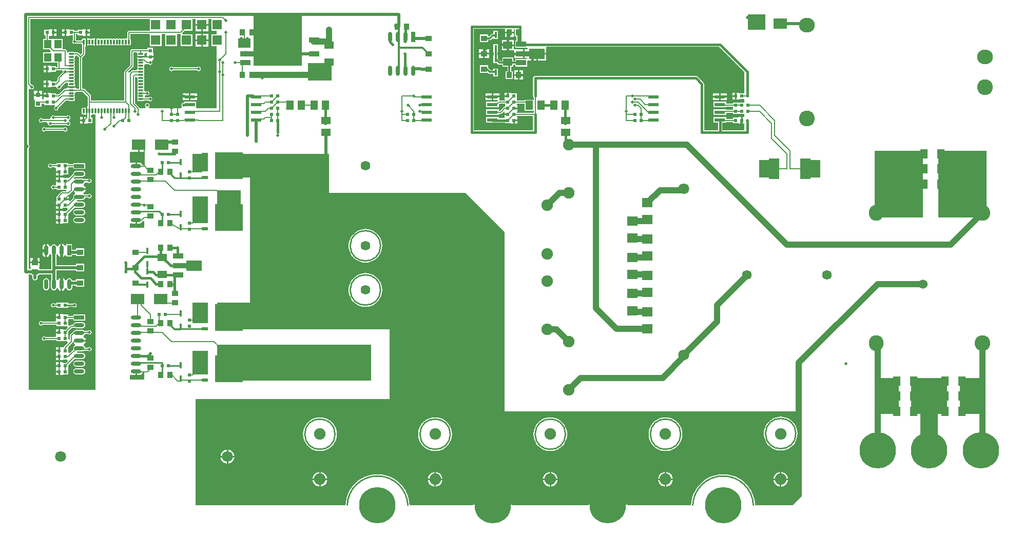
<source format=gtl>
G04*
G04 #@! TF.GenerationSoftware,Altium Limited,Altium Designer,18.1.7 (191)*
G04*
G04 Layer_Physical_Order=1*
G04 Layer_Color=255*
%FSLAX44Y44*%
%MOMM*%
G71*
G01*
G75*
%ADD11C,0.2000*%
%ADD12C,0.2500*%
%ADD13C,0.2540*%
%ADD16C,0.3000*%
%ADD17R,1.2000X1.5000*%
%ADD18R,1.8000X1.6000*%
%ADD19R,2.6000X1.7000*%
%ADD20R,1.7000X0.9000*%
%ADD21R,2.5000X0.9000*%
%ADD22R,0.4500X1.0000*%
%ADD23R,1.7000X3.2000*%
%ADD24R,2.2000X1.8000*%
%ADD25R,0.6000X0.6000*%
%ADD26R,0.6000X0.6000*%
%ADD27R,1.5000X1.3000*%
%ADD28R,1.3000X1.5000*%
%ADD29R,1.8000X3.4000*%
%ADD30R,0.9800X0.9300*%
G04:AMPARAMS|DCode=31|XSize=0.3mm|YSize=0.8mm|CornerRadius=0.075mm|HoleSize=0mm|Usage=FLASHONLY|Rotation=180.000|XOffset=0mm|YOffset=0mm|HoleType=Round|Shape=RoundedRectangle|*
%AMROUNDEDRECTD31*
21,1,0.3000,0.6500,0,0,180.0*
21,1,0.1500,0.8000,0,0,180.0*
1,1,0.1500,-0.0750,0.3250*
1,1,0.1500,0.0750,0.3250*
1,1,0.1500,0.0750,-0.3250*
1,1,0.1500,-0.0750,-0.3250*
%
%ADD31ROUNDEDRECTD31*%
G04:AMPARAMS|DCode=32|XSize=0.3mm|YSize=0.8mm|CornerRadius=0.075mm|HoleSize=0mm|Usage=FLASHONLY|Rotation=90.000|XOffset=0mm|YOffset=0mm|HoleType=Round|Shape=RoundedRectangle|*
%AMROUNDEDRECTD32*
21,1,0.3000,0.6500,0,0,90.0*
21,1,0.1500,0.8000,0,0,90.0*
1,1,0.1500,0.3250,0.0750*
1,1,0.1500,0.3250,-0.0750*
1,1,0.1500,-0.3250,-0.0750*
1,1,0.1500,-0.3250,0.0750*
%
%ADD32ROUNDEDRECTD32*%
%ADD33R,1.2000X1.4000*%
%ADD34R,1.8000X0.6000*%
%ADD35R,0.6500X1.7000*%
%ADD36O,0.6500X1.7000*%
%ADD37R,0.9300X0.9800*%
%ADD38R,0.8000X0.8000*%
%ADD39R,1.5000X1.2000*%
%ADD40R,1.1200X0.9600*%
%ADD41O,1.7000X0.6500*%
%ADD42R,1.7000X0.6500*%
%ADD78R,4.5550X4.5100*%
%ADD79R,1.0250X0.6000*%
%ADD80C,0.4000*%
%ADD81C,0.5000*%
%ADD82C,1.0000*%
%ADD83C,0.8000*%
%ADD84R,9.0000X5.5000*%
%ADD85R,8.0000X11.0000*%
%ADD86R,9.5000X1.0000*%
%ADD87R,7.0000X22.5000*%
%ADD88R,2.0000X3.0000*%
%ADD89R,2.0000X1.5000*%
%ADD90R,3.0000X2.5000*%
%ADD91R,8.0000X8.5000*%
%ADD92R,4.0000X3.0000*%
%ADD93R,3.0000X9.0000*%
%ADD94R,6.0000X6.0000*%
%ADD95R,3.5000X6.0000*%
%ADD96R,25.5000X6.0000*%
%ADD97R,13.0000X28.5000*%
%ADD98R,17.0000X4.0000*%
%ADD99R,18.0000X4.5000*%
%ADD100R,2.5000X3.0000*%
%ADD101R,2.5000X3.5000*%
%ADD102R,2.5000X4.0000*%
%ADD103R,1.5000X4.0000*%
%ADD104R,2.0000X4.5000*%
%ADD105R,1.5000X4.5000*%
%ADD106R,4.0000X3.0000*%
%ADD107R,4.0000X6.5000*%
%ADD108C,6.0000*%
%ADD109C,1.9000*%
%ADD110R,1.6000X1.6000*%
%ADD111C,1.5240*%
%ADD112C,1.8000*%
%ADD113C,1.5900*%
%ADD114O,2.6000X2.4000*%
%ADD115C,2.6000*%
%ADD116O,2.4000X2.6000*%
%ADD117C,0.5080*%
G36*
X801300Y912200D02*
Y893200D01*
X810000D01*
X810000Y886800D01*
X801300D01*
Y867800D01*
X810000D01*
X810000Y765000D01*
X777666D01*
X776000Y766850D01*
X776000Y767540D01*
Y775850D01*
X755000D01*
Y773609D01*
X755000Y773609D01*
X753619Y773335D01*
X752448Y772552D01*
X751665Y771381D01*
X751391Y770000D01*
X751665Y768619D01*
X752386Y767540D01*
X752279Y766992D01*
X751539Y765000D01*
X698461Y765000D01*
X697721Y766992D01*
X697614Y767540D01*
X698335Y768619D01*
X698609Y770000D01*
X698335Y771381D01*
X697552Y772552D01*
X696381Y773335D01*
X695000Y773609D01*
X693619Y773335D01*
X692448Y772552D01*
X691665Y771381D01*
X691391Y770000D01*
X691665Y768619D01*
X692386Y767540D01*
X692279Y766992D01*
X691539Y765000D01*
X682549D01*
X682355Y765975D01*
X681802Y766802D01*
X675049Y773556D01*
Y815865D01*
X676859Y816819D01*
X678956Y815352D01*
Y814250D01*
X679131Y813372D01*
X679564Y812500D01*
X679131Y811628D01*
X678956Y810750D01*
Y809250D01*
X679131Y808372D01*
X679628Y807628D01*
Y807372D01*
X679131Y806628D01*
X678956Y805750D01*
Y804250D01*
X679131Y803372D01*
X679628Y802628D01*
Y802372D01*
X679131Y801628D01*
X678956Y800750D01*
Y799250D01*
X679131Y798372D01*
X679564Y797500D01*
X679131Y796628D01*
X678956Y795750D01*
Y794250D01*
X679131Y793372D01*
X679628Y792628D01*
Y792372D01*
X679131Y791628D01*
X678956Y790750D01*
Y789250D01*
X679131Y788372D01*
X679564Y787500D01*
X679131Y786628D01*
X678956Y785750D01*
Y784250D01*
X679131Y783372D01*
X679628Y782628D01*
Y782372D01*
X679131Y781628D01*
X678956Y780750D01*
Y779250D01*
X679131Y778372D01*
X679628Y777628D01*
X680372Y777131D01*
X681250Y776956D01*
X687750D01*
X688628Y777131D01*
X688958Y777351D01*
X697593D01*
X698619Y776665D01*
X700000Y776391D01*
X701381Y776665D01*
X702552Y777448D01*
X703335Y778619D01*
X703609Y780000D01*
X703335Y781381D01*
X702552Y782552D01*
X701381Y783335D01*
X700000Y783609D01*
X698619Y783335D01*
X697448Y782552D01*
X697379Y782449D01*
X692930D01*
X690861Y784485D01*
X690879Y785571D01*
X693187Y786954D01*
X693619Y786665D01*
X695000Y786391D01*
X696381Y786665D01*
X697552Y787448D01*
X698335Y788619D01*
X698609Y790000D01*
X698335Y791381D01*
X697552Y792552D01*
X696381Y793335D01*
X695000Y793609D01*
X693619Y793335D01*
X692448Y792552D01*
X690370Y793986D01*
X690044Y794250D01*
Y795750D01*
X689870Y796628D01*
X689436Y797500D01*
X689870Y798372D01*
X690044Y799250D01*
Y800750D01*
X689870Y801628D01*
X689372Y802372D01*
Y802628D01*
X689870Y803372D01*
X690044Y804250D01*
Y805750D01*
X689870Y806628D01*
X689372Y807372D01*
Y807628D01*
X689870Y808372D01*
X690044Y809250D01*
Y810750D01*
X689870Y811628D01*
X689436Y812500D01*
X689870Y813372D01*
X690044Y814250D01*
Y815750D01*
X689870Y816628D01*
X689372Y817372D01*
Y817628D01*
X689870Y818372D01*
X690044Y819250D01*
Y820750D01*
X689870Y821628D01*
X689372Y822372D01*
Y822628D01*
X689870Y823372D01*
X690044Y824250D01*
Y825750D01*
X689870Y826628D01*
X689372Y827372D01*
Y827628D01*
X689870Y828372D01*
X690044Y829250D01*
Y830750D01*
X689870Y831628D01*
X689372Y832372D01*
Y832628D01*
X689870Y833372D01*
X690044Y834250D01*
Y835750D01*
X689964Y836151D01*
X690612Y837335D01*
X692586Y837993D01*
X693285Y838139D01*
X694025Y837645D01*
X695000Y837451D01*
X697446D01*
X697448Y837448D01*
X698619Y836665D01*
X700000Y836391D01*
X701381Y836665D01*
X702552Y837448D01*
X703335Y838619D01*
X703609Y840000D01*
X703335Y841381D01*
X703028Y841840D01*
X703947Y844144D01*
X704153Y844380D01*
X705540D01*
Y848650D01*
X700000D01*
Y851190D01*
X705540D01*
Y853471D01*
X705540Y855460D01*
X704500Y857569D01*
Y864580D01*
X695500D01*
Y862629D01*
X685080D01*
X684678Y862549D01*
X670000D01*
X669025Y862355D01*
X668198Y861802D01*
X667645Y860975D01*
X667451Y860000D01*
Y836056D01*
X658198Y826802D01*
X657645Y825975D01*
X657451Y825000D01*
Y777549D01*
X602549D01*
Y785000D01*
X602355Y785975D01*
X601802Y786802D01*
X591802Y796802D01*
X590975Y797355D01*
X590000Y797549D01*
X587549D01*
Y848944D01*
X591802Y853198D01*
X592355Y854025D01*
X592549Y855000D01*
Y865644D01*
X593730Y867207D01*
Y874500D01*
Y881001D01*
X592966Y880849D01*
X591878Y880122D01*
X591722Y879888D01*
X591628Y879870D01*
X590750Y880044D01*
X589250D01*
X588372Y879870D01*
X587628Y879372D01*
X587131Y878628D01*
X586956Y877750D01*
Y877049D01*
X577888D01*
X577552Y877552D01*
X577549Y877554D01*
Y887451D01*
X580420D01*
Y885500D01*
X587431D01*
X589540Y884460D01*
X591529Y884460D01*
X593810D01*
Y890000D01*
Y895540D01*
X591529D01*
X589540Y895540D01*
X587431Y894500D01*
X580420D01*
Y892549D01*
X575000D01*
X574580Y894500D01*
X567569D01*
X565460Y895540D01*
X563471Y895540D01*
X561190D01*
Y890000D01*
Y884460D01*
X563471D01*
X565460Y884460D01*
X567569Y885500D01*
X572451D01*
Y877554D01*
X572448Y877552D01*
X571665Y876381D01*
X571391Y875000D01*
X571665Y873619D01*
X572448Y872448D01*
X573619Y871665D01*
X575000Y871391D01*
X576381Y871665D01*
X576809Y871951D01*
X586956D01*
Y871250D01*
X587131Y870372D01*
X587451Y869893D01*
Y856056D01*
X585000Y853605D01*
X581802Y856802D01*
X580975Y857355D01*
X580000Y857549D01*
X574688D01*
X574208Y857869D01*
X573330Y858044D01*
X566830D01*
X565952Y857869D01*
X565208Y857372D01*
X565089Y857194D01*
X562549Y857789D01*
Y860000D01*
X562355Y860975D01*
X561802Y861802D01*
X561802D01*
X560975Y862355D01*
X560000Y862549D01*
X555500D01*
Y879500D01*
X540500D01*
X540500Y879500D01*
X538500D01*
Y879500D01*
X537960Y879500D01*
X532469D01*
Y883328D01*
X534540Y884460D01*
X536529Y884460D01*
X538810D01*
Y890000D01*
Y895540D01*
X536529D01*
X534540Y895540D01*
X532431Y894500D01*
X525420D01*
Y885500D01*
X527371D01*
Y879500D01*
X523500D01*
Y862500D01*
X533895D01*
X536355Y860040D01*
X535303Y857500D01*
X523500D01*
Y840500D01*
X537960D01*
X538500Y840500D01*
X540500D01*
X541040Y840500D01*
X547451D01*
Y832549D01*
X544580D01*
Y834500D01*
X537569D01*
X535460Y835540D01*
X533471Y835540D01*
X531190D01*
Y830000D01*
Y824460D01*
X533471D01*
X535460Y824460D01*
X537569Y825500D01*
X544580D01*
Y827451D01*
X554558D01*
X556296Y825126D01*
X556306Y824911D01*
X548198Y816802D01*
X547645Y815975D01*
X547451Y815000D01*
Y811056D01*
X546803Y810407D01*
X544580Y809500D01*
Y809500D01*
X544580Y809500D01*
X537569D01*
X535460Y810540D01*
X533471Y810540D01*
X531190D01*
Y805000D01*
Y799460D01*
X533471D01*
X535460Y799460D01*
X537569Y800500D01*
X543900D01*
X544863Y800307D01*
X546560Y799148D01*
X546665Y798619D01*
X547448Y797448D01*
X548619Y796665D01*
X550000Y796391D01*
X551381Y796665D01*
X552552Y797448D01*
X553335Y798619D01*
X553609Y800000D01*
X553609Y800004D01*
X561056Y807451D01*
X562438D01*
X564536Y805750D01*
Y804250D01*
X564711Y803372D01*
X564692Y803278D01*
X564458Y803122D01*
X563731Y802034D01*
X563579Y801270D01*
X570080D01*
X576581D01*
X576429Y802034D01*
X575702Y803122D01*
X575468Y803278D01*
X575449Y803372D01*
X575624Y804250D01*
Y805750D01*
X575449Y806628D01*
X574952Y807372D01*
Y807628D01*
X575449Y808372D01*
X575624Y809250D01*
Y810750D01*
X575449Y811628D01*
X574952Y812372D01*
Y812628D01*
X575449Y813372D01*
X575624Y814250D01*
Y815750D01*
X575449Y816628D01*
X574952Y817372D01*
Y817628D01*
X575449Y818372D01*
X575624Y819250D01*
Y820750D01*
X575449Y821628D01*
X574952Y822372D01*
Y822628D01*
X575449Y823372D01*
X575624Y824250D01*
Y825750D01*
X575449Y826628D01*
X574952Y827372D01*
Y827628D01*
X575449Y828372D01*
X575624Y829250D01*
Y830750D01*
X575449Y831628D01*
X574952Y832372D01*
Y832628D01*
X575449Y833372D01*
X575624Y834250D01*
Y835750D01*
X575449Y836628D01*
X574952Y837372D01*
Y837628D01*
X575449Y838372D01*
X575624Y839250D01*
Y840750D01*
X575449Y841628D01*
X574952Y842372D01*
Y842628D01*
X575449Y843372D01*
X575624Y844250D01*
Y845750D01*
X575449Y846628D01*
X575016Y847500D01*
X575449Y848372D01*
X575624Y849250D01*
Y850750D01*
X577722Y852451D01*
X578944D01*
X582451Y848944D01*
Y797549D01*
X578936D01*
X577373Y798730D01*
X570080D01*
X562787D01*
X561224Y797549D01*
X560000D01*
X559025Y797355D01*
X558198Y796802D01*
X548944Y787549D01*
X544580D01*
Y789500D01*
X537569D01*
X535460Y790540D01*
X533471Y790540D01*
X531190D01*
Y785000D01*
X529920D01*
Y783730D01*
X524380D01*
Y779969D01*
X523586Y779577D01*
X521476Y779888D01*
X521357Y780089D01*
X521540Y780460D01*
X521540Y780609D01*
Y785730D01*
X508460D01*
Y780609D01*
X508460Y780460D01*
X509500Y778351D01*
X509500Y777920D01*
Y767500D01*
X520500D01*
Y772451D01*
X525420D01*
Y770500D01*
X533040D01*
X534420Y770500D01*
X536960Y770500D01*
X542477D01*
X543058Y767960D01*
X542448Y767552D01*
X541665Y766381D01*
X541391Y765000D01*
X541665Y763619D01*
X542448Y762448D01*
X543619Y761665D01*
X545000Y761391D01*
X546381Y761665D01*
X547552Y762448D01*
X548335Y763619D01*
X548609Y765000D01*
X548609Y765004D01*
X561056Y777451D01*
X565473D01*
X565952Y777131D01*
X566830Y776956D01*
X573330D01*
X574208Y777131D01*
X574952Y777628D01*
X575449Y778372D01*
X575624Y779250D01*
Y780750D01*
X575449Y781628D01*
X574952Y782372D01*
Y782628D01*
X575449Y783372D01*
X575624Y784250D01*
Y785750D01*
X575449Y786628D01*
X574952Y787372D01*
Y787628D01*
X575449Y788372D01*
X575624Y789250D01*
Y790750D01*
X577722Y792451D01*
X588944D01*
X597451Y783944D01*
Y775000D01*
X597451Y775000D01*
X597451Y775000D01*
Y769356D01*
X596270Y767793D01*
Y760500D01*
X593730D01*
Y767001D01*
X592966Y766849D01*
X591878Y766122D01*
X591722Y765888D01*
X591628Y765870D01*
X590750Y766044D01*
X589250D01*
X588372Y765870D01*
X587628Y765372D01*
X587131Y764628D01*
X586956Y763750D01*
Y757250D01*
X587131Y756372D01*
X587628Y755628D01*
X588372Y755131D01*
X589250Y754956D01*
X590750D01*
X591628Y755131D01*
X591722Y755112D01*
X591878Y754878D01*
X592966Y754151D01*
X594250Y753896D01*
X595745Y751776D01*
X595808Y751380D01*
X595102Y750540D01*
X593471Y750540D01*
X591190D01*
Y745000D01*
Y739460D01*
X593471D01*
X595460Y739460D01*
X597569Y740500D01*
X604580D01*
Y749500D01*
X602549D01*
Y752858D01*
X604250Y754956D01*
X605750D01*
X606628Y755131D01*
X607500Y755564D01*
X608372Y755131D01*
X609250Y754956D01*
X610000D01*
X610000Y300000D01*
X500000Y300000D01*
Y490922D01*
X503600D01*
Y488915D01*
X505922D01*
Y485000D01*
X506232Y483439D01*
X507116Y482116D01*
X508439Y481232D01*
X510000Y480922D01*
X511561Y481232D01*
X512884Y482116D01*
X513768Y483439D01*
X514078Y485000D01*
Y488915D01*
X516400D01*
Y490937D01*
X537072D01*
Y482156D01*
X536626Y481488D01*
X536257Y479635D01*
Y469135D01*
X536626Y467282D01*
X537675Y465710D01*
X539247Y464661D01*
X541100Y464292D01*
X542953Y464661D01*
X544524Y465710D01*
X545574Y467282D01*
X545625Y467536D01*
X548215D01*
X548346Y466876D01*
X549626Y464961D01*
X551541Y463681D01*
X552530Y463484D01*
Y474385D01*
Y485286D01*
X551541Y485089D01*
X549626Y483809D01*
X548346Y481894D01*
X548215Y481234D01*
X545625D01*
X545574Y481488D01*
X545228Y482006D01*
Y497922D01*
X577200D01*
Y495700D01*
X591400D01*
Y508300D01*
X577200D01*
Y506078D01*
X545228D01*
Y522764D01*
X545574Y523282D01*
X545625Y523536D01*
X548215D01*
X548346Y522876D01*
X549626Y520961D01*
X551541Y519681D01*
X552530Y519484D01*
Y530385D01*
Y541286D01*
X551541Y541089D01*
X549626Y539809D01*
X548346Y537894D01*
X548215Y537234D01*
X545625D01*
X545574Y537488D01*
X544524Y539060D01*
X542953Y540109D01*
X541100Y540478D01*
X539247Y540109D01*
X537675Y539060D01*
X536626Y537488D01*
X536575Y537234D01*
X533985D01*
X533854Y537894D01*
X532574Y539809D01*
X530659Y541089D01*
X529670Y541286D01*
Y530385D01*
Y519484D01*
X530659Y519681D01*
X532574Y520961D01*
X533854Y522876D01*
X533985Y523536D01*
X536575D01*
X536626Y523282D01*
X537072Y522614D01*
Y501615D01*
X537072Y501615D01*
X537072Y501615D01*
Y499093D01*
X518260D01*
X517108Y500377D01*
X516631Y501633D01*
X517440Y503275D01*
X517440Y503324D01*
Y509195D01*
X510000D01*
Y510465D01*
D01*
Y509195D01*
X502560D01*
Y503324D01*
X502560Y503275D01*
X503377Y501618D01*
X502917Y500397D01*
X502540Y499972D01*
X500000Y500937D01*
X500000Y699290D01*
X500768Y700439D01*
X501078Y702000D01*
X500768Y703561D01*
X500000Y704710D01*
Y796539D01*
X501992Y797279D01*
X502540Y797386D01*
X503619Y796665D01*
X505000Y796391D01*
X506381Y796665D01*
X507552Y797448D01*
X508335Y798619D01*
X508609Y800000D01*
X508335Y801381D01*
X507552Y802552D01*
X506381Y803335D01*
X505000Y803609D01*
X504996Y803609D01*
X502549Y806056D01*
Y912451D01*
X697264D01*
X699700Y912200D01*
X699700Y909911D01*
Y895089D01*
X699700Y893200D01*
X697430Y892549D01*
X665000D01*
X664025Y892355D01*
X663198Y891802D01*
X662645Y890975D01*
X662451Y890000D01*
Y882142D01*
X660750Y880044D01*
X659250D01*
X658372Y879870D01*
X657628Y879372D01*
X657372D01*
X656628Y879870D01*
X655750Y880044D01*
X654250D01*
X653372Y879870D01*
X652500Y879436D01*
X651628Y879870D01*
X650750Y880044D01*
X649250D01*
X648372Y879870D01*
X647500Y879436D01*
X646628Y879870D01*
X645750Y880044D01*
X644250D01*
X643372Y879870D01*
X642500Y879436D01*
X641628Y879870D01*
X640750Y880044D01*
X639250D01*
X638372Y879870D01*
X637628Y879372D01*
X637372D01*
X636628Y879870D01*
X635750Y880044D01*
X634250D01*
X633372Y879870D01*
X632628Y879372D01*
X632372D01*
X631628Y879870D01*
X630750Y880044D01*
X629250D01*
X628372Y879870D01*
X627500Y879436D01*
X626628Y879870D01*
X625750Y880044D01*
X624250D01*
X623372Y879870D01*
X622500Y879436D01*
X621628Y879870D01*
X620750Y880044D01*
X619250D01*
X618372Y879870D01*
X617500Y879436D01*
X616628Y879870D01*
X615750Y880044D01*
X614250D01*
X613372Y879870D01*
X613278Y879888D01*
X613122Y880122D01*
X612034Y880849D01*
X611270Y881001D01*
Y874500D01*
Y867999D01*
X612034Y868151D01*
X613122Y868878D01*
X613278Y869112D01*
X613372Y869131D01*
X614250Y868956D01*
X615750D01*
X616628Y869131D01*
X617500Y869564D01*
X618372Y869131D01*
X619250Y868956D01*
X620750D01*
X621628Y869131D01*
X622500Y869564D01*
X623372Y869131D01*
X624250Y868956D01*
X625750D01*
X626628Y869131D01*
X627500Y869564D01*
X628372Y869131D01*
X629250Y868956D01*
X630750D01*
X631628Y869131D01*
X632372Y869628D01*
X632628D01*
X633372Y869131D01*
X634250Y868956D01*
X635750D01*
X636628Y869131D01*
X637372Y869628D01*
X637628D01*
X638372Y869131D01*
X639250Y868956D01*
X640750D01*
X641628Y869131D01*
X642500Y869564D01*
X643372Y869131D01*
X644250Y868956D01*
X645750D01*
X646628Y869131D01*
X647500Y869564D01*
X648372Y869131D01*
X649250Y868956D01*
X650750D01*
X651628Y869131D01*
X652500Y869564D01*
X653372Y869131D01*
X654250Y868956D01*
X655750D01*
X656628Y869131D01*
X657372Y869628D01*
X657628D01*
X658372Y869131D01*
X659250Y868956D01*
X660750D01*
X661628Y869131D01*
X662372Y869628D01*
X662628D01*
X663372Y869131D01*
X664250Y868956D01*
X665750D01*
X666628Y869131D01*
X667372Y869628D01*
X667869Y870372D01*
X668044Y871250D01*
Y877750D01*
X667869Y878628D01*
X667549Y879108D01*
Y887451D01*
X697430D01*
X699700Y886800D01*
X699700Y884911D01*
Y867800D01*
X718700D01*
Y884911D01*
X718700Y886800D01*
X720970Y887451D01*
X722830D01*
X725100Y886800D01*
X725100Y884911D01*
Y867800D01*
X744100D01*
Y884911D01*
X744100Y886800D01*
X746370Y887451D01*
X748230D01*
X750108Y886912D01*
X750500Y884961D01*
Y867800D01*
X769500D01*
Y886800D01*
X753997D01*
X752945Y889340D01*
X756805Y893200D01*
X769500D01*
Y912200D01*
X771936Y912451D01*
X774900D01*
Y903970D01*
X785400D01*
X795900D01*
Y912451D01*
X798864D01*
X801300Y912200D01*
D02*
G37*
G36*
X1285110Y891270D02*
X1292300D01*
X1299490D01*
Y895504D01*
X1300280Y896074D01*
X1301550Y895466D01*
Y883600D01*
X1304131D01*
Y877000D01*
X1302000D01*
Y865000D01*
X1321190D01*
X1322000Y865000D01*
X1322460Y863921D01*
Y862040D01*
X1317270D01*
Y855000D01*
Y847960D01*
X1321682D01*
X1322018Y847262D01*
X1321305Y846000D01*
X1302000D01*
Y843059D01*
X1299000D01*
Y848546D01*
X1281000D01*
Y843059D01*
X1277267D01*
X1273750Y846576D01*
Y852500D01*
X1273059D01*
Y857500D01*
X1273750D01*
Y870500D01*
X1266250D01*
Y857500D01*
X1266941D01*
Y852500D01*
X1266250D01*
Y839500D01*
X1272174D01*
X1273837Y837837D01*
X1273837Y837837D01*
X1274829Y837174D01*
X1276000Y836941D01*
X1276000Y836941D01*
X1281000D01*
Y833546D01*
X1289241D01*
Y826400D01*
X1286150D01*
Y813600D01*
X1298450D01*
Y826400D01*
X1295359D01*
Y833546D01*
X1299000D01*
Y836941D01*
X1302000D01*
Y834000D01*
X1322000D01*
Y842880D01*
X1322460Y843960D01*
X1323270Y843960D01*
X1336730D01*
Y855000D01*
X1338000D01*
Y856270D01*
X1353540D01*
Y865161D01*
X1353540Y866040D01*
X1354648Y866431D01*
X1638522D01*
X1680000Y824953D01*
X1680000Y789500D01*
X1672015Y789500D01*
X1671460Y790540D01*
X1671025Y790540D01*
Y790540D01*
X1667190D01*
Y785000D01*
Y779460D01*
X1671025D01*
X1671025Y779460D01*
X1671460Y779460D01*
X1672015Y780500D01*
X1672730Y780500D01*
X1680000D01*
X1680000Y774500D01*
X1671420D01*
Y774500D01*
X1670500Y774580D01*
Y774580D01*
X1670183Y774580D01*
X1661500D01*
Y772549D01*
X1650000D01*
Y775850D01*
X1629000D01*
Y766850D01*
X1650000D01*
Y767451D01*
X1661500D01*
Y765580D01*
X1661500D01*
Y764420D01*
X1661500D01*
Y762549D01*
X1650000D01*
Y763150D01*
X1629000D01*
Y754150D01*
X1650000D01*
Y757451D01*
X1661500D01*
Y755420D01*
X1670183D01*
X1670500Y755420D01*
Y755420D01*
X1671420Y755500D01*
Y755500D01*
X1680000D01*
Y750540D01*
X1677350D01*
Y745000D01*
Y739460D01*
X1680000D01*
X1680000Y728569D01*
X1643569D01*
Y741450D01*
X1650000D01*
Y742451D01*
X1661420D01*
Y740500D01*
X1670420D01*
X1670540Y739460D01*
X1674810D01*
Y745000D01*
Y750540D01*
X1670540D01*
X1670420Y749500D01*
X1661420D01*
Y748680D01*
X1661000Y747549D01*
X1655000D01*
X1655000Y747549D01*
X1650000D01*
Y750450D01*
X1629000D01*
Y741450D01*
X1636431D01*
Y728569D01*
X1613569D01*
Y805000D01*
X1613297Y806366D01*
X1612523Y807523D01*
X1602523Y817523D01*
X1601366Y818297D01*
X1600000Y818569D01*
X1335000D01*
X1333634Y818297D01*
X1332477Y817523D01*
X1331703Y816366D01*
X1331431Y815000D01*
Y785000D01*
X1331703Y783634D01*
X1332451Y782515D01*
Y779000D01*
X1317500D01*
Y777549D01*
X1304580D01*
Y779500D01*
X1304580Y779500D01*
Y780500D01*
X1304580D01*
X1304580Y780770D01*
Y789500D01*
X1295580D01*
X1295460Y790540D01*
X1291190D01*
Y785000D01*
X1289920D01*
Y783730D01*
X1284380D01*
Y779460D01*
X1285420D01*
Y777549D01*
X1276786D01*
X1276040Y778510D01*
X1276040Y778819D01*
Y782780D01*
X1265770D01*
Y778510D01*
X1273641D01*
X1273833Y777931D01*
X1273852Y777240D01*
X1273198Y776802D01*
X1272245Y775850D01*
X1254000D01*
Y766850D01*
X1275000D01*
Y771395D01*
X1276056Y772451D01*
X1285420D01*
Y770500D01*
X1285420Y770500D01*
Y769500D01*
X1285420D01*
X1285420Y769230D01*
Y767549D01*
X1285000D01*
X1284025Y767355D01*
X1283198Y766802D01*
X1277594Y761199D01*
X1275000D01*
Y763150D01*
X1254000D01*
Y754150D01*
X1275000D01*
Y756101D01*
X1278650D01*
X1279625Y756295D01*
X1280452Y756848D01*
X1283110Y759505D01*
X1284380Y758979D01*
Y756270D01*
X1289920D01*
Y753730D01*
X1284380D01*
Y749460D01*
X1283479Y748569D01*
X1275000D01*
Y750450D01*
X1254000D01*
Y741450D01*
X1264906D01*
X1265000Y741431D01*
X1285420D01*
Y740500D01*
X1294420D01*
X1294540Y739460D01*
X1298810D01*
Y745000D01*
X1300080D01*
Y746270D01*
X1305620D01*
Y750540D01*
X1304580D01*
Y752451D01*
X1331431D01*
Y728569D01*
X1235000D01*
X1235000Y728569D01*
X1233569D01*
Y896431D01*
X1285110D01*
Y891270D01*
D02*
G37*
G36*
X678956Y855750D02*
Y854250D01*
X679131Y853372D01*
X679112Y853278D01*
X678878Y853122D01*
X678151Y852034D01*
X677999Y851270D01*
X684500D01*
X691001D01*
X690849Y852034D01*
X690122Y853122D01*
X689888Y853278D01*
X689870Y853372D01*
X690044Y854250D01*
Y854515D01*
X692289Y856462D01*
X694051Y856208D01*
X694460Y855460D01*
X694460Y853471D01*
Y849801D01*
X691920Y848498D01*
X691597Y848730D01*
X684500D01*
X677999D01*
X678151Y847966D01*
X678878Y846878D01*
X679112Y846722D01*
X679131Y846628D01*
X678956Y845750D01*
Y844250D01*
X679131Y843372D01*
X679628Y842628D01*
Y842372D01*
X679131Y841628D01*
X678956Y840750D01*
Y839250D01*
X679131Y838372D01*
X679564Y837500D01*
X679131Y836628D01*
X678956Y835750D01*
Y834250D01*
X679131Y833372D01*
X679628Y832628D01*
Y832372D01*
X679131Y831628D01*
X678956Y830750D01*
Y829250D01*
X676858Y827549D01*
X671000D01*
X670025Y827355D01*
X669198Y826802D01*
X666492Y824097D01*
X663955Y824453D01*
X663578Y824702D01*
X663506Y824902D01*
X671802Y833198D01*
X672355Y834025D01*
X672549Y835000D01*
Y857451D01*
X676858D01*
X678956Y855750D01*
D02*
G37*
G36*
X1317500Y770247D02*
X1317451Y770000D01*
X1317500Y769754D01*
Y761000D01*
X1332451D01*
Y757549D01*
X1304580D01*
Y759460D01*
X1305620D01*
Y763730D01*
X1300080D01*
Y766270D01*
X1305620D01*
Y770540D01*
X1304580D01*
Y772451D01*
X1317500D01*
Y770247D01*
D02*
G37*
G36*
X682270Y693460D02*
X690275D01*
Y671401D01*
X687735Y671151D01*
X687604Y671809D01*
X686324Y673724D01*
X684409Y675004D01*
X682150Y675453D01*
X678170D01*
Y669550D01*
X675630D01*
Y675453D01*
X671650D01*
X669391Y675004D01*
X668815Y674619D01*
X666275Y675977D01*
Y691411D01*
X667460Y693460D01*
X679730D01*
Y705000D01*
X682270D01*
Y693460D01*
D02*
G37*
G36*
X678170Y574747D02*
X682150D01*
X684409Y575196D01*
X686324Y576476D01*
X687604Y578391D01*
X687735Y579049D01*
X690275Y578799D01*
Y567500D01*
X666275D01*
Y574223D01*
X668815Y575581D01*
X669391Y575196D01*
X671650Y574747D01*
X675630D01*
Y580650D01*
X678170D01*
Y574747D01*
D02*
G37*
G36*
Y324747D02*
X682150D01*
X684409Y325196D01*
X686324Y326476D01*
X687604Y328391D01*
X687735Y329049D01*
X690275Y328799D01*
Y317500D01*
X666275D01*
Y324223D01*
X668815Y325581D01*
X669391Y325196D01*
X671650Y324747D01*
X675630D01*
Y330650D01*
X678170D01*
Y324747D01*
D02*
G37*
G36*
X1285000Y560000D02*
Y300000D01*
X1285000D01*
Y265000D01*
X1775000Y265000D01*
X1775000Y125000D01*
X1760000Y110000D01*
X1697784Y110000D01*
X1697762Y110111D01*
X1697745Y110110D01*
X1697431Y114903D01*
X1696081Y121687D01*
X1693858Y128237D01*
X1690798Y134442D01*
X1686955Y140193D01*
X1682394Y145394D01*
X1677193Y149955D01*
X1671442Y153798D01*
X1665237Y156858D01*
X1658687Y159081D01*
X1651903Y160431D01*
X1645000Y160883D01*
X1638097Y160431D01*
X1631313Y159081D01*
X1624763Y156858D01*
X1618558Y153798D01*
X1612807Y149955D01*
X1607606Y145394D01*
X1603045Y140193D01*
X1599202Y134442D01*
X1596142Y128237D01*
X1593919Y121687D01*
X1592569Y114903D01*
X1592255Y110110D01*
X1592238Y110111D01*
X1592216Y110000D01*
X1487601Y110000D01*
X1487601Y110000D01*
X1487199Y115100D01*
X1486005Y120074D01*
X1484047Y124800D01*
X1481374Y129162D01*
X1478052Y133052D01*
X1474162Y136374D01*
X1469800Y139047D01*
X1465074Y141005D01*
X1460100Y142199D01*
X1456270Y142501D01*
Y110000D01*
X1453730D01*
Y142501D01*
X1449900Y142199D01*
X1444926Y141005D01*
X1440200Y139047D01*
X1435838Y136374D01*
X1431948Y133052D01*
X1428626Y129162D01*
X1425953Y124800D01*
X1423995Y120074D01*
X1422801Y115100D01*
X1422399Y110000D01*
X1422399Y110000D01*
X1297601Y110000D01*
X1297601Y110000D01*
X1297199Y115100D01*
X1296005Y120074D01*
X1294047Y124800D01*
X1291374Y129162D01*
X1288052Y133052D01*
X1284162Y136374D01*
X1279800Y139047D01*
X1275074Y141005D01*
X1270100Y142199D01*
X1266270Y142501D01*
Y110000D01*
X1263730D01*
Y142501D01*
X1259900Y142199D01*
X1254926Y141005D01*
X1250200Y139047D01*
X1245838Y136374D01*
X1241948Y133052D01*
X1238626Y129162D01*
X1235953Y124800D01*
X1233995Y120074D01*
X1232801Y115100D01*
X1232400Y110000D01*
X1232399Y110000D01*
X1127784Y110000D01*
X1127762Y110111D01*
X1127745Y110110D01*
X1127431Y114903D01*
X1126081Y121687D01*
X1123858Y128237D01*
X1120798Y134442D01*
X1116955Y140193D01*
X1112394Y145394D01*
X1107193Y149955D01*
X1101442Y153798D01*
X1095238Y156858D01*
X1088687Y159081D01*
X1081903Y160431D01*
X1075000Y160883D01*
X1068097Y160431D01*
X1061313Y159081D01*
X1054762Y156858D01*
X1048558Y153798D01*
X1042807Y149955D01*
X1037606Y145394D01*
X1033045Y140193D01*
X1029202Y134442D01*
X1026142Y128237D01*
X1023919Y121687D01*
X1022569Y114903D01*
X1022255Y110110D01*
X1022238Y110111D01*
X1022216Y110000D01*
X775000Y110000D01*
X775000Y285000D01*
X1095000D01*
Y400000D01*
X870000D01*
Y625000D01*
X1220000D01*
X1285000Y560000D01*
D02*
G37*
%LPC*%
G36*
X795900Y901430D02*
X786670D01*
Y892200D01*
X795900D01*
Y901430D01*
D02*
G37*
G36*
X784130D02*
X774900D01*
Y892200D01*
X784130D01*
Y901430D01*
D02*
G37*
G36*
X596350Y895540D02*
Y891270D01*
X600620D01*
Y895540D01*
X596350D01*
D02*
G37*
G36*
X541350D02*
Y891270D01*
X545620D01*
Y895540D01*
X541350D01*
D02*
G37*
G36*
X558650D02*
X554380D01*
Y891270D01*
X558650D01*
Y895540D01*
D02*
G37*
G36*
X600620Y888730D02*
X596350D01*
Y884460D01*
X600620D01*
Y888730D01*
D02*
G37*
G36*
X545620D02*
X541350D01*
Y884460D01*
X545620D01*
Y888730D01*
D02*
G37*
G36*
X558650D02*
X554380D01*
Y884460D01*
X558650D01*
Y888730D01*
D02*
G37*
G36*
X608730Y881001D02*
X607966Y880849D01*
X606878Y880122D01*
X606722Y879888D01*
X606628Y879870D01*
X605750Y880044D01*
X604250D01*
X603372Y879870D01*
X602500Y879436D01*
X601628Y879870D01*
X600750Y880044D01*
X599250D01*
X598372Y879870D01*
X598278Y879888D01*
X598122Y880122D01*
X597034Y880849D01*
X596270Y881001D01*
Y874500D01*
Y867999D01*
X597034Y868151D01*
X598122Y868878D01*
X598278Y869112D01*
X598372Y869131D01*
X599250Y868956D01*
X600750D01*
X601628Y869131D01*
X602500Y869564D01*
X603372Y869131D01*
X604250Y868956D01*
X605750D01*
X606628Y869131D01*
X606722Y869112D01*
X606878Y868878D01*
X607966Y868151D01*
X608730Y867999D01*
Y874500D01*
Y881001D01*
D02*
G37*
G36*
X795900Y887800D02*
X786670D01*
Y878570D01*
X795900D01*
Y887800D01*
D02*
G37*
G36*
X784130D02*
X774900D01*
Y878570D01*
X784130D01*
Y887800D01*
D02*
G37*
G36*
X795900Y876030D02*
X786670D01*
Y866800D01*
X795900D01*
Y876030D01*
D02*
G37*
G36*
X784130D02*
X774900D01*
Y866800D01*
X784130D01*
Y876030D01*
D02*
G37*
G36*
X780000Y833609D02*
X778619Y833335D01*
X777448Y832552D01*
X777446Y832549D01*
X737554D01*
X737552Y832552D01*
X736381Y833335D01*
X735000Y833609D01*
X733619Y833335D01*
X732448Y832552D01*
X731665Y831381D01*
X731391Y830000D01*
X731665Y828619D01*
X732448Y827448D01*
X733619Y826665D01*
X735000Y826391D01*
X736381Y826665D01*
X737552Y827448D01*
X737554Y827451D01*
X777446D01*
X777448Y827448D01*
X778619Y826665D01*
X780000Y826391D01*
X781381Y826665D01*
X782552Y827448D01*
X783335Y828619D01*
X783609Y830000D01*
X783335Y831381D01*
X782552Y832552D01*
X781381Y833335D01*
X780000Y833609D01*
D02*
G37*
G36*
X528650Y835540D02*
X524380D01*
Y831270D01*
X528650D01*
Y835540D01*
D02*
G37*
G36*
Y828730D02*
X524380D01*
Y824460D01*
X528650D01*
Y828730D01*
D02*
G37*
G36*
X528650Y810540D02*
X524380D01*
Y806270D01*
X528650D01*
Y810540D01*
D02*
G37*
G36*
Y803730D02*
X524380D01*
Y799460D01*
X528650D01*
Y803730D01*
D02*
G37*
G36*
X521540Y793540D02*
X516270D01*
Y788270D01*
X521540D01*
Y793540D01*
D02*
G37*
G36*
X513730D02*
X508460D01*
Y788270D01*
X513730D01*
Y793540D01*
D02*
G37*
G36*
X528650Y790540D02*
X524380D01*
Y786270D01*
X528650D01*
Y790540D01*
D02*
G37*
G36*
X777040Y789590D02*
X766770D01*
Y785320D01*
X777040D01*
Y789590D01*
D02*
G37*
G36*
X764230D02*
X753960D01*
Y785320D01*
X764230D01*
Y789590D01*
D02*
G37*
G36*
X777040Y782780D02*
X766770D01*
Y778510D01*
X777040D01*
Y782780D01*
D02*
G37*
G36*
X764230D02*
X753960D01*
Y778510D01*
X764230D01*
Y782780D01*
D02*
G37*
G36*
X565000Y753609D02*
X563619Y753335D01*
X562448Y752552D01*
X562446Y752549D01*
X542554D01*
X542552Y752552D01*
X541381Y753335D01*
X540000Y753609D01*
X538619Y753335D01*
X537448Y752552D01*
X536665Y751381D01*
X536391Y750000D01*
X534558Y747549D01*
X522554D01*
X522552Y747552D01*
X521381Y748335D01*
X520000Y748609D01*
X518619Y748335D01*
X517448Y747552D01*
X516665Y746381D01*
X516391Y745000D01*
X516665Y743619D01*
X517448Y742448D01*
X518619Y741665D01*
X520000Y741391D01*
X521381Y741665D01*
X522552Y742448D01*
X522554Y742451D01*
X529558D01*
X531391Y740000D01*
X531665Y738619D01*
X532448Y737448D01*
X533619Y736665D01*
X535000Y736391D01*
X536381Y736665D01*
X537552Y737448D01*
X537554Y737451D01*
X562446D01*
X562448Y737448D01*
X563619Y736665D01*
X565000Y736391D01*
X566381Y736665D01*
X567552Y737448D01*
X568335Y738619D01*
X568609Y740000D01*
X568335Y741381D01*
X567552Y742552D01*
X566381Y743335D01*
X565670Y745000D01*
X566381Y746665D01*
X567552Y747448D01*
X568335Y748619D01*
X568609Y750000D01*
X568335Y751381D01*
X567552Y752552D01*
X566381Y753335D01*
X565000Y753609D01*
D02*
G37*
G36*
X588650Y750540D02*
X584380D01*
Y746270D01*
X588650D01*
Y750540D01*
D02*
G37*
G36*
Y743730D02*
X584380D01*
Y739460D01*
X588650D01*
Y743730D01*
D02*
G37*
G36*
X560000Y733609D02*
X558619Y733335D01*
X557448Y732552D01*
X557446Y732549D01*
X527554D01*
X527552Y732552D01*
X526381Y733335D01*
X525000Y733609D01*
X523619Y733335D01*
X522448Y732552D01*
X521665Y731381D01*
X521391Y730000D01*
X521665Y728619D01*
X522448Y727448D01*
X523619Y726665D01*
X525000Y726391D01*
X526381Y726665D01*
X527552Y727448D01*
X527554Y727451D01*
X557446D01*
X557448Y727448D01*
X558619Y726665D01*
X560000Y726391D01*
X561381Y726665D01*
X562552Y727448D01*
X563335Y728619D01*
X563609Y730000D01*
X563335Y731381D01*
X562552Y732552D01*
X561381Y733335D01*
X560000Y733609D01*
D02*
G37*
G36*
X555580Y674500D02*
X553040Y674500D01*
X545420D01*
Y672549D01*
X537554D01*
X537552Y672552D01*
X536381Y673335D01*
X535000Y673609D01*
X533619Y673335D01*
X532448Y672552D01*
X531665Y671381D01*
X531391Y670000D01*
X531665Y668619D01*
X532448Y667448D01*
X533619Y666665D01*
X535000Y666391D01*
X536381Y666665D01*
X537552Y667448D01*
X537554Y667451D01*
X542862D01*
X544380Y665540D01*
Y661270D01*
X549920D01*
Y660000D01*
X551190D01*
Y654460D01*
X553471D01*
X555460Y654460D01*
X557569Y655500D01*
X564580D01*
Y664500D01*
X564580D01*
Y664911D01*
X566002Y667451D01*
X573100D01*
Y664800D01*
X593100D01*
Y674300D01*
X573100D01*
Y672549D01*
X564580D01*
Y674500D01*
X555580Y674500D01*
D02*
G37*
G36*
X548650Y658730D02*
X544380D01*
Y654460D01*
X548650D01*
Y658730D01*
D02*
G37*
G36*
X588350Y661693D02*
X577850D01*
X575997Y661324D01*
X574426Y660275D01*
X573376Y658703D01*
X573007Y656850D01*
X573046Y656651D01*
X566803Y650407D01*
X564580Y649500D01*
Y649500D01*
X564580Y649500D01*
X557569D01*
X555460Y650540D01*
X553471Y650540D01*
X551190D01*
Y645000D01*
X549920D01*
Y643730D01*
X544380D01*
Y639460D01*
X544221Y639260D01*
X542552Y637552D01*
X541381Y638335D01*
X540000Y638609D01*
X538619Y638335D01*
X537448Y637552D01*
X536665Y636381D01*
X536391Y635000D01*
X536665Y633619D01*
X537448Y632448D01*
X538619Y631665D01*
X540000Y631391D01*
X541381Y631665D01*
X542552Y632448D01*
X542554Y632451D01*
X545420D01*
Y630500D01*
X553040D01*
X554420Y630500D01*
X556960Y630500D01*
X560693D01*
X562051Y627960D01*
X561776Y627549D01*
X555000D01*
X554025Y627355D01*
X553198Y626802D01*
X548118Y621722D01*
X547565Y620896D01*
X547371Y619920D01*
Y619500D01*
X545420D01*
Y610540D01*
X544380D01*
Y606270D01*
X549920D01*
Y605000D01*
X551190D01*
Y599460D01*
X555460D01*
X555580Y600500D01*
X563383D01*
X564435Y597960D01*
X560975Y594500D01*
X557569D01*
X555460Y595540D01*
X553471Y595540D01*
X551190D01*
Y590000D01*
X549920D01*
Y588730D01*
X544380D01*
Y584460D01*
Y581270D01*
X549920D01*
Y580000D01*
X551190D01*
Y574460D01*
X553471D01*
X555460Y574460D01*
X557569Y575500D01*
X564580D01*
Y584500D01*
X564580D01*
Y585500D01*
X564580D01*
Y590895D01*
X575555Y601870D01*
X575997Y601576D01*
X577850Y601207D01*
X588350D01*
X590203Y601576D01*
X591774Y602625D01*
X592824Y604197D01*
X593193Y606050D01*
X592824Y607903D01*
X591774Y609474D01*
X590203Y610524D01*
X588350Y610893D01*
X580347D01*
X579046Y613433D01*
X579387Y613907D01*
X588350D01*
X590203Y614276D01*
X591774Y615325D01*
X592824Y616897D01*
X592935Y617451D01*
X597446D01*
X597448Y617448D01*
X598619Y616665D01*
X600000Y616391D01*
X601381Y616665D01*
X602552Y617448D01*
X603335Y618619D01*
X603609Y620000D01*
X603335Y621381D01*
X602552Y622552D01*
X601381Y623335D01*
X600000Y623609D01*
X598619Y623335D01*
X597448Y622552D01*
X597446Y622549D01*
X591214D01*
X590203Y623224D01*
X589949Y623275D01*
Y625865D01*
X590609Y625996D01*
X592524Y627276D01*
X593804Y629191D01*
X594001Y630180D01*
X583100D01*
Y632720D01*
X594001D01*
X593804Y633709D01*
X592524Y635624D01*
X590609Y636904D01*
X589949Y637035D01*
Y639625D01*
X590203Y639676D01*
X591774Y640725D01*
X592824Y642297D01*
X592905Y642701D01*
X597112D01*
X597248Y642498D01*
X598075Y641945D01*
X599050Y641751D01*
X599248Y641790D01*
X600000Y641641D01*
X601381Y641915D01*
X602552Y642698D01*
X603335Y643869D01*
X603609Y645250D01*
X603335Y646631D01*
X602552Y647802D01*
X601381Y648585D01*
X600000Y648859D01*
X598619Y648585D01*
X597448Y647802D01*
X597446Y647799D01*
X591439D01*
X590203Y648624D01*
X588350Y648993D01*
X577850D01*
X575997Y648624D01*
X575468Y648271D01*
X573849Y650244D01*
X575987Y652382D01*
X575997Y652376D01*
X577850Y652007D01*
X588350D01*
X590203Y652376D01*
X591774Y653425D01*
X592824Y654997D01*
X593193Y656850D01*
X592824Y658703D01*
X591774Y660275D01*
X590203Y661324D01*
X588350Y661693D01*
D02*
G37*
G36*
X548650Y650540D02*
X544380D01*
Y646270D01*
X548650D01*
Y650540D01*
D02*
G37*
G36*
X548650Y603730D02*
X544380D01*
Y599460D01*
X548650D01*
Y603730D01*
D02*
G37*
G36*
X548650Y595540D02*
X544380D01*
Y591270D01*
X548650D01*
Y595540D01*
D02*
G37*
G36*
X588350Y598193D02*
X577850D01*
X575997Y597824D01*
X574426Y596774D01*
X573376Y595203D01*
X573007Y593350D01*
X573376Y591497D01*
X574426Y589925D01*
X575997Y588876D01*
X577850Y588507D01*
X588350D01*
X590203Y588876D01*
X591774Y589925D01*
X592824Y591497D01*
X593193Y593350D01*
X592824Y595203D01*
X591774Y596774D01*
X590203Y597824D01*
X588350Y598193D01*
D02*
G37*
G36*
Y585493D02*
X577850D01*
X575997Y585124D01*
X574426Y584075D01*
X573376Y582503D01*
X573007Y580650D01*
X573376Y578797D01*
X574426Y577225D01*
X575997Y576176D01*
X577850Y575807D01*
X588350D01*
X590203Y576176D01*
X591774Y577225D01*
X592824Y578797D01*
X593193Y580650D01*
X592824Y582503D01*
X591774Y584075D01*
X590203Y585124D01*
X588350Y585493D01*
D02*
G37*
G36*
X548650Y578730D02*
X544380D01*
Y574460D01*
X548650D01*
Y578730D01*
D02*
G37*
G36*
X527130Y541286D02*
X526141Y541089D01*
X524226Y539809D01*
X522946Y537894D01*
X522496Y535635D01*
Y531655D01*
X527130D01*
Y541286D01*
D02*
G37*
G36*
X555070Y541286D02*
Y530385D01*
Y519484D01*
X556059Y519681D01*
X557974Y520961D01*
X559254Y522876D01*
X561750Y522404D01*
Y520385D01*
X571250D01*
Y523322D01*
X577200D01*
Y521100D01*
X591400D01*
Y533700D01*
X577200D01*
Y531478D01*
X571250D01*
Y540385D01*
X561750D01*
Y538366D01*
X559254Y537894D01*
X557974Y539809D01*
X556059Y541089D01*
X555070Y541286D01*
D02*
G37*
G36*
X527130Y529115D02*
X522496D01*
Y525135D01*
X522946Y522876D01*
X524226Y520961D01*
X526141Y519681D01*
X527130Y519484D01*
Y529115D01*
D02*
G37*
G36*
X517440Y517655D02*
X511270D01*
Y511735D01*
X517440D01*
Y517655D01*
D02*
G37*
G36*
X508730D02*
X502560D01*
Y511735D01*
X508730D01*
Y517655D01*
D02*
G37*
G36*
X555070Y485286D02*
Y474385D01*
Y463484D01*
X556059Y463681D01*
X557974Y464961D01*
X559254Y466876D01*
X559385Y467536D01*
X561975D01*
X562026Y467282D01*
X563075Y465710D01*
X564647Y464661D01*
X566500Y464292D01*
X568353Y464661D01*
X569925Y465710D01*
X570974Y467282D01*
X571343Y469135D01*
Y472522D01*
X577200D01*
Y470300D01*
X591400D01*
Y482900D01*
X577200D01*
Y480678D01*
X571135D01*
X570974Y481488D01*
X569925Y483060D01*
X568353Y484109D01*
X566500Y484478D01*
X564647Y484109D01*
X563075Y483060D01*
X562026Y481488D01*
X561975Y481234D01*
X559385D01*
X559254Y481894D01*
X557974Y483809D01*
X556059Y485089D01*
X555070Y485286D01*
D02*
G37*
G36*
X528400Y484478D02*
X526547Y484109D01*
X524975Y483060D01*
X523926Y481488D01*
X523557Y479635D01*
Y469135D01*
X523926Y467282D01*
X524975Y465710D01*
X526547Y464661D01*
X528400Y464292D01*
X530253Y464661D01*
X531824Y465710D01*
X532874Y467282D01*
X533243Y469135D01*
Y479635D01*
X532874Y481488D01*
X531824Y483060D01*
X530253Y484109D01*
X528400Y484478D01*
D02*
G37*
G36*
X555580Y444500D02*
X553040Y444500D01*
X545420D01*
Y442549D01*
X542554D01*
X542552Y442552D01*
X541381Y443335D01*
X540000Y443609D01*
X538619Y443335D01*
X537448Y442552D01*
X536665Y441381D01*
X536391Y440000D01*
X536665Y438619D01*
X537448Y437448D01*
X538619Y436665D01*
X540000Y436391D01*
X541381Y436665D01*
X542552Y437448D01*
X542554Y437451D01*
X545420D01*
Y435500D01*
X553040D01*
X554420Y435500D01*
X556960Y435500D01*
X564580D01*
Y437196D01*
X572825D01*
X573619Y436665D01*
X575000Y436391D01*
X576381Y436665D01*
X577552Y437448D01*
X578335Y438619D01*
X578609Y440000D01*
X578335Y441381D01*
X577552Y442552D01*
X576381Y443335D01*
X575000Y443609D01*
X573619Y443335D01*
X572825Y442804D01*
X564580D01*
Y444500D01*
X555580Y444500D01*
D02*
G37*
G36*
X548650Y425540D02*
X544380D01*
Y421270D01*
X548650D01*
Y425540D01*
D02*
G37*
G36*
X555460Y425540D02*
X553471Y425540D01*
X551190D01*
Y420000D01*
X549920D01*
Y418730D01*
X544380D01*
Y414460D01*
X542862Y412549D01*
X522554D01*
X522552Y412552D01*
X521381Y413335D01*
X520000Y413609D01*
X518619Y413335D01*
X517448Y412552D01*
X516665Y411381D01*
X516391Y410000D01*
X516665Y408619D01*
X517448Y407448D01*
X518619Y406665D01*
X520000Y406391D01*
X521381Y406665D01*
X522552Y407448D01*
X522554Y407451D01*
X545420D01*
Y405500D01*
X553040D01*
X554420Y405500D01*
X556960Y405500D01*
X562458D01*
X563383Y405500D01*
X564435Y402960D01*
X560975Y399500D01*
X557569D01*
X555460Y400540D01*
X553471Y400540D01*
X551190D01*
Y395000D01*
X549920D01*
Y393730D01*
X544380D01*
Y389460D01*
X542862Y387549D01*
X527554D01*
X527552Y387552D01*
X526381Y388335D01*
X525000Y388609D01*
X523619Y388335D01*
X522448Y387552D01*
X521665Y386381D01*
X521391Y385000D01*
X521665Y383619D01*
X522448Y382448D01*
X523619Y381665D01*
X525000Y381391D01*
X526381Y381665D01*
X527552Y382448D01*
X527554Y382451D01*
X545420D01*
Y380500D01*
X553040D01*
X554420Y380500D01*
X556960Y380500D01*
X562458D01*
X563383Y380500D01*
X564435Y377960D01*
X563439Y376964D01*
X563198Y376802D01*
X558278Y371882D01*
X557763Y371112D01*
X556555Y370812D01*
X555247Y370540D01*
X553471Y370540D01*
X551190D01*
Y365000D01*
X549920D01*
Y363730D01*
X544380D01*
Y359460D01*
Y356270D01*
X549920D01*
Y355000D01*
X551190D01*
Y349460D01*
X553471D01*
X555460Y349460D01*
X557569Y350500D01*
X563383D01*
X564435Y347960D01*
X560975Y344500D01*
X557569D01*
X555460Y345540D01*
X553471Y345540D01*
X551190D01*
Y340000D01*
X549920D01*
Y338730D01*
X544380D01*
Y334460D01*
Y331270D01*
X549920D01*
Y330000D01*
X551190D01*
Y324460D01*
X553471D01*
X555460Y324460D01*
X557569Y325500D01*
X564580D01*
Y334500D01*
X564580D01*
Y335500D01*
X564580D01*
Y340895D01*
X575555Y351870D01*
X575997Y351576D01*
X577850Y351207D01*
X588350D01*
X590203Y351576D01*
X591774Y352625D01*
X592824Y354197D01*
X593193Y356050D01*
X592824Y357903D01*
X591774Y359474D01*
X590203Y360524D01*
X588350Y360893D01*
X580347D01*
X579046Y363433D01*
X579387Y363907D01*
X588350D01*
X590203Y364276D01*
X591214Y364951D01*
X597446D01*
X597448Y364948D01*
X598619Y364165D01*
X600000Y363891D01*
X601381Y364165D01*
X602552Y364948D01*
X603335Y366119D01*
X603609Y367500D01*
X603335Y368881D01*
X602552Y370052D01*
X601381Y370835D01*
X600000Y371109D01*
X598619Y370835D01*
X597448Y370052D01*
X597446Y370049D01*
X592935D01*
X592824Y370603D01*
X591774Y372174D01*
X590203Y373224D01*
X589949Y373275D01*
Y375865D01*
X590609Y375996D01*
X592524Y377276D01*
X593804Y379191D01*
X594001Y380180D01*
X583100D01*
Y382720D01*
X594001D01*
X593804Y383709D01*
X592524Y385624D01*
X590609Y386904D01*
X589949Y387035D01*
Y389625D01*
X590203Y389676D01*
X591774Y390725D01*
X592824Y392297D01*
X592905Y392701D01*
X597446D01*
X597448Y392698D01*
X598619Y391915D01*
X600000Y391641D01*
X601381Y391915D01*
X602552Y392698D01*
X603335Y393869D01*
X603609Y395250D01*
X603335Y396631D01*
X602552Y397802D01*
X601381Y398585D01*
X600000Y398859D01*
X598619Y398585D01*
X597448Y397802D01*
X597446Y397799D01*
X591439D01*
X590203Y398624D01*
X588350Y398993D01*
X577850D01*
X575997Y398624D01*
X574426Y397575D01*
X574318Y397413D01*
X574025Y397355D01*
X573198Y396802D01*
X568198Y391802D01*
X567645Y390975D01*
X567451Y390000D01*
Y383257D01*
X567120Y383036D01*
X564580Y384393D01*
Y389500D01*
X564580D01*
Y390500D01*
X564580D01*
Y395895D01*
X571056Y402371D01*
X576020D01*
X577850Y402007D01*
X588350D01*
X590203Y402376D01*
X591774Y403425D01*
X592824Y404997D01*
X593193Y406850D01*
X592824Y408703D01*
X591774Y410275D01*
X590203Y411324D01*
X588350Y411693D01*
X577850D01*
X575997Y411324D01*
X574426Y410275D01*
X573376Y408703D01*
X573130Y407469D01*
X570000D01*
X569025Y407275D01*
X568198Y406722D01*
X567120Y405645D01*
X564580Y406697D01*
X564580Y407544D01*
Y414500D01*
X564580D01*
Y414911D01*
X566002Y417451D01*
X573100D01*
Y414800D01*
X593100D01*
Y424300D01*
X573100D01*
Y422549D01*
X564580D01*
Y424500D01*
X557569D01*
X555460Y425540D01*
D02*
G37*
G36*
X548650Y400540D02*
X544380D01*
Y396270D01*
X548650D01*
Y400540D01*
D02*
G37*
G36*
Y370540D02*
X544380D01*
Y366270D01*
X548650D01*
Y370540D01*
D02*
G37*
G36*
Y353730D02*
X544380D01*
Y349460D01*
X548650D01*
Y353730D01*
D02*
G37*
G36*
Y345540D02*
X544380D01*
Y341270D01*
X548650D01*
Y345540D01*
D02*
G37*
G36*
X588350Y348193D02*
X577850D01*
X575997Y347824D01*
X574426Y346774D01*
X573376Y345203D01*
X573007Y343350D01*
X573376Y341497D01*
X574426Y339925D01*
X575997Y338876D01*
X577850Y338507D01*
X588350D01*
X590203Y338876D01*
X591774Y339925D01*
X592824Y341497D01*
X593193Y343350D01*
X592824Y345203D01*
X591774Y346774D01*
X590203Y347824D01*
X588350Y348193D01*
D02*
G37*
G36*
Y335493D02*
X577850D01*
X575997Y335124D01*
X574426Y334075D01*
X573376Y332503D01*
X573007Y330650D01*
X573376Y328797D01*
X574426Y327225D01*
X575997Y326176D01*
X577850Y325807D01*
X588350D01*
X590203Y326176D01*
X591774Y327225D01*
X592824Y328797D01*
X593193Y330650D01*
X592824Y332503D01*
X591774Y334075D01*
X590203Y335124D01*
X588350Y335493D01*
D02*
G37*
G36*
X548650Y328730D02*
X544380D01*
Y324460D01*
X548650D01*
Y328730D01*
D02*
G37*
%LPD*%
G36*
X574067Y627014D02*
X575591Y625996D01*
X576251Y625865D01*
Y623275D01*
X575997Y623224D01*
X574426Y622174D01*
X573376Y620603D01*
X573007Y618750D01*
X573362Y616967D01*
X568160Y611765D01*
X565620Y612817D01*
Y613730D01*
X560080D01*
Y616270D01*
X565620D01*
Y620540D01*
X565620Y620540D01*
X566241Y622823D01*
X566802Y623198D01*
X570725Y627120D01*
X573577Y627270D01*
X574067Y627014D01*
D02*
G37*
G36*
X574104Y376990D02*
X575591Y375996D01*
X576251Y375865D01*
Y373275D01*
X575997Y373224D01*
X574426Y372174D01*
X573376Y370603D01*
X573007Y368750D01*
X573362Y366967D01*
X567120Y360725D01*
X564580Y361777D01*
Y369500D01*
X564580Y369500D01*
X565390Y371705D01*
X570757Y377072D01*
X573540Y377266D01*
X574104Y376990D01*
D02*
G37*
%LPC*%
G36*
X1273750Y892500D02*
X1266250D01*
Y888059D01*
X1265000D01*
X1265000Y888059D01*
X1263829Y887826D01*
X1262837Y887163D01*
X1259133Y883459D01*
X1257800D01*
Y886700D01*
X1243600D01*
Y874100D01*
X1257800D01*
Y877341D01*
X1260400D01*
X1260400Y877341D01*
X1261571Y877574D01*
X1262563Y878237D01*
X1265077Y880751D01*
X1266250Y880265D01*
Y879500D01*
X1273750D01*
Y892500D01*
D02*
G37*
G36*
X1299490Y888730D02*
X1293570D01*
Y882560D01*
X1299490D01*
Y888730D01*
D02*
G37*
G36*
X1291030D02*
X1285110D01*
Y882560D01*
X1291030D01*
Y888730D01*
D02*
G37*
G36*
X1300040Y877494D02*
X1291270D01*
Y870224D01*
X1300040D01*
Y877494D01*
D02*
G37*
G36*
X1288730D02*
X1279960D01*
Y870224D01*
X1288730D01*
Y877494D01*
D02*
G37*
G36*
X1290000Y868954D02*
D01*
D01*
D01*
D02*
G37*
G36*
X1288730Y867684D02*
X1279960D01*
Y860414D01*
X1288730D01*
Y867684D01*
D02*
G37*
G36*
X1258840Y862340D02*
X1251970D01*
Y856270D01*
X1258840D01*
Y862340D01*
D02*
G37*
G36*
X1249430D02*
X1242560D01*
Y856270D01*
X1249430D01*
Y862340D01*
D02*
G37*
G36*
X1300040Y867684D02*
X1291270D01*
Y860414D01*
X1299690D01*
X1300040Y860414D01*
X1300960Y859569D01*
Y856270D01*
X1314730D01*
Y862040D01*
X1301310D01*
X1300960Y862040D01*
X1300040Y862885D01*
Y867684D01*
D02*
G37*
G36*
X1314730Y853730D02*
X1300960D01*
Y847960D01*
X1314730D01*
Y853730D01*
D02*
G37*
G36*
X1258840Y853730D02*
X1251970D01*
Y847660D01*
X1258840D01*
Y853730D01*
D02*
G37*
G36*
X1249430D02*
X1242560D01*
Y847660D01*
X1249430D01*
Y853730D01*
D02*
G37*
G36*
X1353540Y853730D02*
X1339270D01*
Y843960D01*
X1353540D01*
Y853730D01*
D02*
G37*
G36*
X1314890Y827440D02*
X1308970D01*
Y821270D01*
X1314890D01*
Y827440D01*
D02*
G37*
G36*
X1306430D02*
X1300510D01*
Y821270D01*
X1306430D01*
Y827440D01*
D02*
G37*
G36*
X1257800Y835900D02*
X1243600D01*
Y823300D01*
X1257374D01*
X1257837Y822837D01*
X1257837Y822837D01*
X1258829Y822174D01*
X1260000Y821941D01*
X1266250D01*
Y817500D01*
X1273750D01*
Y830500D01*
X1266250D01*
Y828059D01*
X1261267D01*
X1257800Y831526D01*
Y835900D01*
D02*
G37*
G36*
X1314890Y818730D02*
X1308970D01*
Y812560D01*
X1314890D01*
Y818730D01*
D02*
G37*
G36*
X1306430D02*
X1300510D01*
Y812560D01*
X1306430D01*
Y818730D01*
D02*
G37*
G36*
X1288650Y790540D02*
X1284380D01*
Y786270D01*
X1288650D01*
Y790540D01*
D02*
G37*
G36*
X1664650Y790540D02*
X1660380D01*
Y786270D01*
X1664650D01*
Y790540D01*
D02*
G37*
G36*
X1276040Y789590D02*
X1265770D01*
Y785320D01*
X1276040D01*
Y789590D01*
D02*
G37*
G36*
X1263230D02*
X1252960D01*
Y785320D01*
X1263230D01*
Y789590D01*
D02*
G37*
G36*
X1651040Y789590D02*
X1640770D01*
Y785320D01*
X1651040D01*
Y789590D01*
D02*
G37*
G36*
X1638230D02*
X1627960D01*
Y785320D01*
X1638230D01*
Y789590D01*
D02*
G37*
G36*
X1664650Y783730D02*
X1660380D01*
Y779460D01*
X1664650D01*
Y783730D01*
D02*
G37*
G36*
X1263230Y782780D02*
X1252960D01*
Y778510D01*
X1263230D01*
Y782780D01*
D02*
G37*
G36*
X1651040Y782780D02*
X1640770D01*
Y778510D01*
X1651040D01*
Y782780D01*
D02*
G37*
G36*
X1638230D02*
X1627960D01*
Y778510D01*
X1638230D01*
Y782780D01*
D02*
G37*
G36*
X1305620Y743730D02*
X1301350D01*
Y739460D01*
X1305620D01*
Y743730D01*
D02*
G37*
G36*
X1055000Y565856D02*
X1050642Y565513D01*
X1046392Y564492D01*
X1042354Y562820D01*
X1038627Y560536D01*
X1035303Y557697D01*
X1032464Y554373D01*
X1030180Y550646D01*
X1028508Y546608D01*
X1027487Y542358D01*
X1027144Y538000D01*
X1027487Y533642D01*
X1028508Y529392D01*
X1030180Y525354D01*
X1032464Y521627D01*
X1035303Y518303D01*
X1038627Y515464D01*
X1042354Y513180D01*
X1046392Y511507D01*
X1050642Y510487D01*
X1055000Y510144D01*
X1059358Y510487D01*
X1063608Y511507D01*
X1067646Y513180D01*
X1071373Y515464D01*
X1074697Y518303D01*
X1077536Y521627D01*
X1079820Y525354D01*
X1081492Y529392D01*
X1082513Y533642D01*
X1082856Y538000D01*
X1082513Y542358D01*
X1081492Y546608D01*
X1079820Y550646D01*
X1077536Y554373D01*
X1074697Y557697D01*
X1071373Y560536D01*
X1067646Y562820D01*
X1063608Y564492D01*
X1059358Y565513D01*
X1055000Y565856D01*
D02*
G37*
G36*
Y492856D02*
X1050642Y492513D01*
X1046392Y491493D01*
X1042354Y489820D01*
X1038627Y487536D01*
X1035303Y484697D01*
X1032464Y481373D01*
X1030180Y477646D01*
X1028508Y473608D01*
X1027487Y469358D01*
X1027144Y465000D01*
X1027487Y460642D01*
X1028508Y456392D01*
X1030180Y452354D01*
X1032464Y448627D01*
X1035303Y445303D01*
X1038627Y442464D01*
X1042354Y440180D01*
X1046392Y438507D01*
X1050642Y437487D01*
X1055000Y437144D01*
X1059358Y437487D01*
X1063608Y438507D01*
X1067646Y440180D01*
X1071373Y442464D01*
X1074697Y445303D01*
X1077536Y448627D01*
X1079820Y452354D01*
X1081492Y456392D01*
X1082513Y460642D01*
X1082856Y465000D01*
X1082513Y469358D01*
X1081492Y473608D01*
X1079820Y477646D01*
X1077536Y481373D01*
X1074697Y484697D01*
X1071373Y487536D01*
X1067646Y489820D01*
X1063608Y491493D01*
X1059358Y492513D01*
X1055000Y492856D01*
D02*
G37*
G36*
X1740000Y255856D02*
X1735642Y255513D01*
X1731392Y254492D01*
X1727354Y252820D01*
X1723627Y250536D01*
X1720303Y247697D01*
X1717464Y244373D01*
X1715180Y240646D01*
X1713508Y236608D01*
X1712487Y232358D01*
X1712144Y228000D01*
X1712487Y223642D01*
X1713508Y219392D01*
X1715180Y215354D01*
X1717464Y211627D01*
X1720303Y208303D01*
X1723627Y205464D01*
X1727354Y203180D01*
X1731392Y201507D01*
X1735642Y200487D01*
X1740000Y200144D01*
X1744358Y200487D01*
X1748608Y201507D01*
X1752646Y203180D01*
X1756373Y205464D01*
X1759697Y208303D01*
X1762536Y211627D01*
X1764820Y215354D01*
X1766492Y219392D01*
X1767513Y223642D01*
X1767856Y228000D01*
X1767513Y232358D01*
X1766492Y236608D01*
X1764820Y240646D01*
X1762536Y244373D01*
X1759697Y247697D01*
X1756373Y250536D01*
X1752646Y252820D01*
X1748608Y254492D01*
X1744358Y255513D01*
X1740000Y255856D01*
D02*
G37*
G36*
X1550000Y254856D02*
X1545642Y254513D01*
X1541392Y253493D01*
X1537354Y251820D01*
X1533627Y249536D01*
X1530303Y246697D01*
X1527464Y243373D01*
X1525180Y239646D01*
X1523508Y235608D01*
X1522487Y231358D01*
X1522144Y227000D01*
X1522487Y222642D01*
X1523508Y218392D01*
X1525180Y214354D01*
X1527464Y210627D01*
X1530303Y207303D01*
X1533627Y204464D01*
X1537354Y202180D01*
X1541392Y200508D01*
X1545642Y199487D01*
X1550000Y199144D01*
X1554358Y199487D01*
X1558608Y200508D01*
X1562646Y202180D01*
X1566373Y204464D01*
X1569697Y207303D01*
X1572536Y210627D01*
X1574820Y214354D01*
X1576492Y218392D01*
X1577513Y222642D01*
X1577856Y227000D01*
X1577513Y231358D01*
X1576492Y235608D01*
X1574820Y239646D01*
X1572536Y243373D01*
X1569697Y246697D01*
X1566373Y249536D01*
X1562646Y251820D01*
X1558608Y253493D01*
X1554358Y254513D01*
X1550000Y254856D01*
D02*
G37*
G36*
X1360000D02*
X1355642Y254513D01*
X1351392Y253493D01*
X1347354Y251820D01*
X1343627Y249536D01*
X1340303Y246697D01*
X1337464Y243373D01*
X1335180Y239646D01*
X1333508Y235608D01*
X1332487Y231358D01*
X1332144Y227000D01*
X1332487Y222642D01*
X1333508Y218392D01*
X1335180Y214354D01*
X1337464Y210627D01*
X1340303Y207303D01*
X1343627Y204464D01*
X1347354Y202180D01*
X1351392Y200508D01*
X1355642Y199487D01*
X1360000Y199144D01*
X1364358Y199487D01*
X1368608Y200508D01*
X1372646Y202180D01*
X1376373Y204464D01*
X1379697Y207303D01*
X1382536Y210627D01*
X1384820Y214354D01*
X1386492Y218392D01*
X1387513Y222642D01*
X1387856Y227000D01*
X1387513Y231358D01*
X1386492Y235608D01*
X1384820Y239646D01*
X1382536Y243373D01*
X1379697Y246697D01*
X1376373Y249536D01*
X1372646Y251820D01*
X1368608Y253493D01*
X1364358Y254513D01*
X1360000Y254856D01*
D02*
G37*
G36*
X1170000D02*
X1165642Y254513D01*
X1161392Y253493D01*
X1157354Y251820D01*
X1154384Y250000D01*
X1153627Y249536D01*
X1150303Y246697D01*
X1147464Y243373D01*
X1145180Y239646D01*
X1143508Y235608D01*
X1142487Y231358D01*
X1142144Y227000D01*
X1142487Y222642D01*
X1143508Y218392D01*
X1145180Y214354D01*
X1147464Y210627D01*
X1150303Y207303D01*
X1153627Y204464D01*
X1157354Y202180D01*
X1161392Y200508D01*
X1165642Y199487D01*
X1170000Y199144D01*
X1174358Y199487D01*
X1178608Y200508D01*
X1182646Y202180D01*
X1186373Y204464D01*
X1189697Y207303D01*
X1192536Y210627D01*
X1194820Y214354D01*
X1196492Y218392D01*
X1197513Y222642D01*
X1197856Y227000D01*
X1197513Y231358D01*
X1196492Y235608D01*
X1194820Y239646D01*
X1192536Y243373D01*
X1189697Y246697D01*
X1186373Y249536D01*
X1185616Y250000D01*
X1182646Y251820D01*
X1178608Y253493D01*
X1174358Y254513D01*
X1170000Y254856D01*
D02*
G37*
G36*
X980000D02*
X975642Y254513D01*
X971392Y253493D01*
X967354Y251820D01*
X963627Y249536D01*
X960303Y246697D01*
X957464Y243373D01*
X955180Y239646D01*
X953508Y235608D01*
X952487Y231358D01*
X952144Y227000D01*
X952487Y222642D01*
X953508Y218392D01*
X955180Y214354D01*
X957464Y210627D01*
X960303Y207303D01*
X963627Y204464D01*
X967354Y202180D01*
X971392Y200508D01*
X975642Y199487D01*
X980000Y199144D01*
X984358Y199487D01*
X988608Y200508D01*
X992646Y202180D01*
X996373Y204464D01*
X999697Y207303D01*
X1002536Y210627D01*
X1004820Y214354D01*
X1006492Y218392D01*
X1007513Y222642D01*
X1007856Y227000D01*
X1007513Y231358D01*
X1006492Y235608D01*
X1004820Y239646D01*
X1002536Y243373D01*
X999697Y246697D01*
X996373Y249536D01*
X992646Y251820D01*
X988608Y253493D01*
X984358Y254513D01*
X980000Y254856D01*
D02*
G37*
G36*
X828770Y201432D02*
Y191270D01*
X838932D01*
X838704Y193002D01*
X837545Y195800D01*
X835702Y198202D01*
X833300Y200045D01*
X830502Y201204D01*
X828770Y201432D01*
D02*
G37*
G36*
X826230D02*
X824498Y201204D01*
X821700Y200045D01*
X819298Y198202D01*
X817455Y195800D01*
X816296Y193002D01*
X816068Y191270D01*
X826230D01*
Y201432D01*
D02*
G37*
G36*
X838932Y188730D02*
X828770D01*
Y178568D01*
X830502Y178796D01*
X833300Y179955D01*
X835702Y181798D01*
X837545Y184200D01*
X838704Y186998D01*
X838932Y188730D01*
D02*
G37*
G36*
X826230D02*
X816068D01*
X816296Y186998D01*
X817455Y184200D01*
X819298Y181798D01*
X821700Y179955D01*
X824498Y178796D01*
X826230Y178568D01*
Y188730D01*
D02*
G37*
G36*
X981270Y164436D02*
Y153770D01*
X991936D01*
X991691Y155633D01*
X990482Y158552D01*
X988559Y161059D01*
X986052Y162982D01*
X983133Y164191D01*
X981270Y164436D01*
D02*
G37*
G36*
X978730D02*
X976867Y164191D01*
X973948Y162982D01*
X971441Y161059D01*
X969518Y158552D01*
X968309Y155633D01*
X968064Y153770D01*
X978730D01*
Y164436D01*
D02*
G37*
G36*
X1741270Y164436D02*
Y153770D01*
X1751936D01*
X1751691Y155633D01*
X1750482Y158552D01*
X1748559Y161059D01*
X1746052Y162982D01*
X1743133Y164191D01*
X1741270Y164436D01*
D02*
G37*
G36*
X1171270D02*
Y153770D01*
X1181936D01*
X1181691Y155633D01*
X1180482Y158552D01*
X1178559Y161058D01*
X1176052Y162982D01*
X1173133Y164191D01*
X1171270Y164436D01*
D02*
G37*
G36*
X1168730Y164436D02*
X1166867Y164191D01*
X1163948Y162982D01*
X1161442Y161058D01*
X1159518Y158552D01*
X1158309Y155633D01*
X1158064Y153770D01*
X1168730D01*
Y164436D01*
D02*
G37*
G36*
X1738730Y164436D02*
X1736867Y164191D01*
X1733948Y162982D01*
X1731441Y161059D01*
X1729518Y158552D01*
X1728309Y155633D01*
X1728064Y153770D01*
X1738730D01*
Y164436D01*
D02*
G37*
G36*
X1361270Y164436D02*
Y153770D01*
X1371936D01*
X1371691Y155633D01*
X1370482Y158552D01*
X1368559Y161059D01*
X1366052Y162982D01*
X1363133Y164191D01*
X1361270Y164436D01*
D02*
G37*
G36*
X1358730D02*
X1356867Y164191D01*
X1353948Y162982D01*
X1351441Y161059D01*
X1349518Y158552D01*
X1348309Y155633D01*
X1348064Y153770D01*
X1358730D01*
Y164436D01*
D02*
G37*
G36*
X1551270Y164436D02*
Y153770D01*
X1561936D01*
X1561691Y155633D01*
X1560482Y158552D01*
X1558559Y161059D01*
X1556052Y162982D01*
X1553133Y164191D01*
X1551270Y164436D01*
D02*
G37*
G36*
X1548730Y164436D02*
X1546867Y164191D01*
X1543948Y162982D01*
X1541441Y161059D01*
X1539518Y158552D01*
X1538309Y155633D01*
X1538064Y153770D01*
X1548730D01*
Y164436D01*
D02*
G37*
G36*
X1371936Y151230D02*
X1361270D01*
Y140564D01*
X1363133Y140809D01*
X1366052Y142018D01*
X1368559Y143941D01*
X1370482Y146448D01*
X1371691Y149367D01*
X1371936Y151230D01*
D02*
G37*
G36*
X978730Y151230D02*
X968064D01*
X968309Y149367D01*
X969518Y146448D01*
X971441Y143941D01*
X973948Y142018D01*
X976867Y140809D01*
X978730Y140564D01*
Y151230D01*
D02*
G37*
G36*
X991936D02*
X981270D01*
Y140564D01*
X983133Y140809D01*
X986052Y142018D01*
X988559Y143941D01*
X990482Y146448D01*
X991691Y149367D01*
X991936Y151230D01*
D02*
G37*
G36*
X1358730Y151230D02*
X1348064D01*
X1348309Y149367D01*
X1349518Y146448D01*
X1351441Y143941D01*
X1353948Y142018D01*
X1356867Y140809D01*
X1358730Y140564D01*
Y151230D01*
D02*
G37*
G36*
X1561936Y151230D02*
X1551270D01*
Y140564D01*
X1553133Y140809D01*
X1556052Y142018D01*
X1558559Y143941D01*
X1560482Y146448D01*
X1561691Y149367D01*
X1561936Y151230D01*
D02*
G37*
G36*
X1738730Y151230D02*
X1728064D01*
X1728309Y149367D01*
X1729518Y146448D01*
X1731441Y143941D01*
X1733948Y142018D01*
X1736867Y140809D01*
X1738730Y140564D01*
Y151230D01*
D02*
G37*
G36*
X1751936D02*
X1741270D01*
Y140564D01*
X1743133Y140809D01*
X1746052Y142018D01*
X1748559Y143941D01*
X1750482Y146448D01*
X1751691Y149367D01*
X1751936Y151230D01*
D02*
G37*
G36*
X1548730Y151230D02*
X1538064D01*
X1538309Y149367D01*
X1539518Y146448D01*
X1541441Y143941D01*
X1543948Y142018D01*
X1546867Y140809D01*
X1548730Y140564D01*
Y151230D01*
D02*
G37*
G36*
X1168730Y151230D02*
X1158064D01*
X1158309Y149367D01*
X1159518Y146448D01*
X1161442Y143941D01*
X1163948Y142018D01*
X1166867Y140809D01*
X1168730Y140564D01*
Y151230D01*
D02*
G37*
G36*
X1181936D02*
X1171270D01*
Y140564D01*
X1173133Y140809D01*
X1176052Y142018D01*
X1178559Y143941D01*
X1180482Y146448D01*
X1181691Y149367D01*
X1181936Y151230D01*
D02*
G37*
%LPD*%
D11*
X774920Y330080D02*
X775000D01*
X770080Y325080D02*
X775000Y330000D01*
X765000Y325080D02*
X770080D01*
X899600Y785400D02*
X900000Y785000D01*
X874500Y785400D02*
X899600D01*
X910000Y745000D02*
X910080Y745080D01*
X690000Y585000D02*
X700000D01*
X680000Y330000D02*
Y330650D01*
X675000Y330000D02*
X680000D01*
X765000Y575080D02*
X770080D01*
X775000Y580000D01*
Y585000D01*
X975000Y832000D02*
X993000D01*
X965000D02*
X975000D01*
X855000Y880000D02*
Y892300D01*
X850000Y875000D02*
X855000Y880000D01*
X700000Y850000D02*
X700080D01*
X970000Y835000D02*
X972000D01*
X975000Y832000D01*
X963000Y832000D02*
X970500D01*
X970000Y825000D02*
X975000Y830000D01*
X963000Y832000D02*
X970000Y825000D01*
X1485000Y755000D02*
Y785000D01*
X744920Y755080D02*
X745000Y755000D01*
X695000Y850000D02*
X700000D01*
X654920Y745000D02*
X655000D01*
X650000D02*
X654920D01*
X529920Y829920D02*
X530000Y830000D01*
X529920Y805000D02*
Y829920D01*
Y785080D02*
Y804920D01*
X590000Y735000D02*
Y745000D01*
X549920Y645080D02*
X550000Y645000D01*
X529920Y785080D02*
X530000Y785000D01*
X549920Y604920D02*
X550000Y605000D01*
X549920Y580080D02*
X550000Y580000D01*
X549920Y364920D02*
X550000Y365000D01*
X640000Y735000D02*
X650000Y745000D01*
X640000Y735000D02*
X640000D01*
X635000Y740000D02*
Y760500D01*
X635000Y740000D02*
X635000Y740000D01*
X625000Y730000D02*
X635000Y740000D01*
X1685000Y770000D02*
X1705000D01*
X1775000Y665000D02*
X1785000Y675000D01*
X1245080Y784920D02*
X1264920D01*
X810000Y430000D02*
X910000D01*
X1755000Y665000D02*
Y695000D01*
X1730000Y720000D02*
X1755000Y695000D01*
X1730000Y720000D02*
Y745000D01*
X1705000Y770000D02*
X1730000Y745000D01*
Y665000D02*
Y680000D01*
X1725000Y655000D02*
X1735000Y665000D01*
X1685000Y760000D02*
X1705000D01*
X1750000Y665000D02*
Y690000D01*
X1725000Y715000D02*
X1750000Y690000D01*
X1725000Y715000D02*
Y740000D01*
X1705000Y760000D02*
X1725000Y740000D01*
X1300080Y775000D02*
X1330000D01*
X1320000Y770000D02*
X1325000Y765000D01*
X1330000D01*
X690000Y670000D02*
Y705000D01*
X670000Y450000D02*
X675000Y455000D01*
X765000Y660000D02*
X785000D01*
X700000Y645000D02*
X725000D01*
X1529770Y758650D02*
X1531120Y760000D01*
X765500Y760000D02*
X815000D01*
X580000Y370000D02*
X590000D01*
X1646000Y760000D02*
X1675000D01*
X1646000Y770000D02*
X1675000D01*
X910000Y775000D02*
X925000D01*
X515000Y775000D02*
X529920D01*
X725080Y425000D02*
X750000D01*
X710000Y655000D02*
X719920Y664920D01*
X715000Y410000D02*
Y425000D01*
X550000Y830000D02*
Y850000D01*
X540000Y830000D02*
X550000D01*
X1143650Y771350D02*
X1155500D01*
X1529770Y771350D02*
X1531020D01*
X685000Y779900D02*
X700000D01*
X560000Y660000D02*
X560080Y660080D01*
X583000Y657500D02*
X583500Y657000D01*
X560000Y635000D02*
Y645000D01*
Y420000D02*
X560080Y419920D01*
X560000Y395000D02*
X560080Y394920D01*
X700000Y860000D02*
X700080D01*
X684250Y855000D02*
Y860000D01*
X1529770Y745950D02*
X1530720Y745000D01*
X1135000Y745000D02*
X1135080Y745080D01*
X744920Y744920D02*
X745000Y745000D01*
X575000Y874500D02*
Y890000D01*
X560000Y795000D02*
X585000D01*
X580250Y395250D02*
X600000D01*
X575080Y605000D02*
X585000D01*
X560000Y590000D02*
X561050Y591050D01*
X560000Y590000D02*
X560080Y589920D01*
X560000Y340000D02*
X560080Y339920D01*
X690000Y605000D02*
X700000D01*
X725075Y443450D02*
X740775D01*
X874500Y772700D02*
X887700D01*
X530000Y870000D02*
X540000Y860000D01*
X748356Y565950D02*
X790000D01*
X748356D02*
X750000Y565000D01*
X748267Y566002D02*
X748356Y565950D01*
X732700Y575000D02*
X748267Y566002D01*
X750950Y315950D02*
X790395D01*
X731350Y328650D02*
X733850Y326150D01*
X745000Y315000D02*
X750000D01*
X733850Y326150D02*
X745000Y315000D01*
X765000Y415080D02*
X779920D01*
X700000Y395000D02*
X720000D01*
X874500Y747300D02*
X887300D01*
X899920Y745080D02*
X900000Y745000D01*
X675700Y527400D02*
X692400D01*
X670700D02*
X675700D01*
X735000Y830000D02*
X780000D01*
X867700Y820000D02*
X880000D01*
X865000D02*
X867700D01*
X880000D02*
X885000Y815000D01*
X850000Y840000D02*
X857000D01*
X840000D02*
X850000D01*
X840000Y840000D02*
X840000Y840000D01*
X549920Y440000D02*
X550000D01*
X540000D02*
X549920D01*
X565000Y355000D02*
X580000Y370000D01*
X825000Y855000D02*
Y890000D01*
X680000Y755000D02*
Y765000D01*
X675000Y760000D02*
Y765000D01*
X720000Y745000D02*
Y760000D01*
Y745000D02*
X720080Y744920D01*
X735000D01*
X575000Y874500D02*
X590000D01*
X575000Y875000D02*
Y890000D01*
X550000D02*
X559920D01*
X570080D02*
X575000D01*
X700000Y860080D02*
X700080Y860000D01*
X685000D02*
X690000D01*
X684250D02*
X685000D01*
X670000D02*
X684250D01*
X670000Y835000D02*
Y860000D01*
X660000Y825000D02*
X670000Y835000D01*
X660000Y775000D02*
Y825000D01*
X820000Y915000D02*
X825000Y910000D01*
X500000Y915000D02*
X820000D01*
X500000Y805000D02*
Y915000D01*
X760000Y902700D02*
Y910000D01*
Y900000D02*
Y902700D01*
X750000Y890000D02*
X760000Y900000D01*
X665000Y890000D02*
X750000D01*
X665000Y874500D02*
Y890000D01*
X695000Y840000D02*
X700000D01*
X690000Y845000D02*
X695000Y840000D01*
X684500Y845000D02*
X690000D01*
X685000Y860000D02*
X685080Y860080D01*
X700000D01*
Y849920D02*
X700080Y850000D01*
X700000Y850000D02*
X700000Y850000D01*
X684500Y850000D02*
X700000D01*
X700000Y849920D02*
Y850000D01*
X815000Y845000D02*
X825000Y855000D01*
X1735000Y665000D02*
X1750000D01*
X1730000D02*
X1735000D01*
X1735000Y665000D01*
X1705000Y770000D02*
X1705000D01*
X1705000Y760000D02*
X1705000D01*
X1300080Y755000D02*
X1335000D01*
Y755000D02*
Y785000D01*
X850000Y840000D02*
X852300Y837700D01*
Y820000D02*
Y837700D01*
X750000Y315000D02*
X750950Y315950D01*
X719920Y664920D02*
X720000Y665000D01*
X690000Y670000D02*
X696150Y663850D01*
X685650Y580650D02*
X690000Y585000D01*
X676900Y580650D02*
X685650D01*
X683700Y330000D02*
X695000D01*
X680000D02*
X683700D01*
X684350Y330650D01*
X695000Y330000D02*
X700000Y335000D01*
X680000Y330650D02*
X684350D01*
X676900D02*
X680000D01*
X678750Y405000D02*
X710000D01*
X715000Y410000D01*
X676900Y406850D02*
X678750Y405000D01*
X670000Y450000D02*
X670000Y450000D01*
X685000Y440000D02*
X700000Y425000D01*
Y417700D02*
Y425000D01*
X670000Y450000D02*
Y450000D01*
X669920Y450080D02*
X670000Y450000D01*
X685000Y440000D02*
Y450000D01*
X689550Y669550D02*
X690000Y670000D01*
X676900Y669550D02*
X689550D01*
X740000Y630000D02*
X810000D01*
X725000Y645000D02*
X740000Y630000D01*
X525000Y730000D02*
X560000D01*
X600000Y745000D02*
X600000Y745000D01*
Y760500D01*
X665000Y745000D02*
X665000Y745000D01*
Y760500D01*
X660000Y750000D02*
Y760500D01*
X655000Y745000D02*
X660000Y750000D01*
X500000Y805000D02*
X505000Y800000D01*
X500000Y805000D02*
X500000D01*
X535000Y740000D02*
X565000D01*
X528000Y787000D02*
X529920Y785080D01*
Y785000D02*
Y785080D01*
X515000Y787000D02*
X528000D01*
X520000Y745000D02*
X560000D01*
X672500Y772500D02*
X680000Y765000D01*
X672500Y772500D02*
Y817500D01*
X540000Y750000D02*
X565000D01*
X620000Y750000D02*
Y750000D01*
X640000D02*
Y760500D01*
X545000Y765000D02*
X560000Y780000D01*
X530000Y795000D02*
X555000D01*
X774920Y330080D02*
X775000Y330000D01*
X735000Y380000D02*
X805000D01*
X720000Y395000D02*
X735000Y380000D01*
X852300Y872700D02*
X855000Y870000D01*
X815000Y370000D02*
Y370000D01*
X805000Y380000D02*
X815000Y370000D01*
X560000Y810000D02*
X570080D01*
X550000Y800000D02*
X560000Y810000D01*
X1290000Y745000D02*
X1300000Y755000D01*
X1289920Y745000D02*
X1290000D01*
Y755000D02*
X1290080D01*
X1300080Y765000D01*
X820000Y820000D02*
Y840000D01*
Y745000D02*
Y820000D01*
X780000Y745000D02*
X820000D01*
X910080Y720080D02*
Y725000D01*
X910000Y720000D02*
X910080Y720080D01*
X750000Y785000D02*
X755000D01*
X745000Y780000D02*
X750000Y785000D01*
X745000Y755080D02*
Y780000D01*
X735000Y755080D02*
X744920D01*
X735000D02*
Y765000D01*
Y744920D02*
X744920D01*
X975000Y830000D02*
Y832000D01*
X815000Y825000D02*
Y845000D01*
Y760000D02*
Y825000D01*
X779050Y745950D02*
X780000Y745000D01*
X765500Y745950D02*
X779050D01*
X755000Y785000D02*
X755000D01*
X755000D02*
X755000D01*
X755000D02*
X757500Y782500D01*
X755000Y785000D02*
X755000Y785000D01*
X755000D02*
X755000Y785000D01*
X1330000Y765000D02*
X1330000Y765000D01*
X1300080Y775000D02*
X1300080Y775000D01*
X1645000Y785000D02*
X1661000D01*
X910080Y755000D02*
Y765000D01*
X1676080Y785000D02*
X1685000D01*
X990000Y770000D02*
X990000Y770000D01*
X949500Y770000D02*
X970000D01*
X925000Y765000D02*
X930000Y770000D01*
X1245080Y735080D02*
X1300000D01*
X1755000Y665000D02*
X1775000D01*
X1115000Y760000D02*
Y785000D01*
Y755000D02*
Y760000D01*
Y785000D02*
X1135000D01*
X1485000D02*
X1495000D01*
X688950Y606050D02*
X690000Y605000D01*
X676900Y606050D02*
X688950D01*
X540080Y890000D02*
X550000D01*
X529920Y875080D02*
X530000Y875000D01*
X529920Y875080D02*
Y890000D01*
X540000Y860000D02*
X560000D01*
X560000Y860000D01*
Y835000D02*
Y860000D01*
X550000Y830000D02*
X560000D01*
X540000Y830000D02*
X540000Y830000D01*
X765500Y760000D02*
X765500Y760000D01*
X1661000Y785000D02*
X1661000Y785000D01*
X1665000D01*
X1655000Y785000D02*
X1661000D01*
X695000Y509000D02*
X696000Y510000D01*
X695000Y496000D02*
Y504000D01*
Y495000D02*
Y496000D01*
X1485000Y745000D02*
Y755000D01*
Y745000D02*
X1499920D01*
X1485000Y755000D02*
X1500000D01*
X1495000Y785000D02*
X1505000D01*
X1115000Y755000D02*
X1124920D01*
X1115000D02*
X1115000D01*
X1115000Y755000D02*
X1115000Y755000D01*
X1115000Y745000D02*
Y755000D01*
X1125000Y770000D02*
X1135080Y759920D01*
X1499920Y745000D02*
X1499920Y745000D01*
X1264920Y784920D02*
X1265000Y785000D01*
X1245080Y735080D02*
Y784920D01*
X890000Y750000D02*
Y750000D01*
X1685000Y770000D02*
X1685000Y770000D01*
X1685000Y770000D02*
X1685000Y770000D01*
X1135080Y755000D02*
Y759920D01*
X1151350Y758650D02*
X1155500D01*
X1135950Y784050D02*
X1155500D01*
X1500000Y770000D02*
X1505000D01*
X1510160Y764840D01*
Y755000D02*
Y764840D01*
X1505000Y775000D02*
X1521350Y758650D01*
X1495000Y775000D02*
X1505000D01*
X1507700Y780000D02*
X1516350Y771350D01*
X1500000Y780000D02*
X1507700D01*
X1531120Y760000D02*
X1531120Y760000D01*
X1529770Y758650D02*
X1529770Y758650D01*
X1530500D01*
X1521350D02*
X1529770D01*
X993000Y832000D02*
X995000Y830000D01*
X1646000Y745000D02*
X1661000D01*
X890000Y775000D02*
X899920D01*
X887700Y772700D02*
X890000Y775000D01*
X890000Y750000D02*
X899920D01*
X890000D02*
X890000D01*
X1135000Y745000D02*
X1135000Y745000D01*
Y754920D01*
X1135080Y755000D01*
X1685000Y770000D02*
X1686080D01*
X1300000Y775000D02*
X1300080D01*
X575000Y890000D02*
X582300D01*
X550000Y815000D02*
X560000Y825000D01*
X550000Y810000D02*
Y815000D01*
X545000Y805000D02*
X550000Y810000D01*
X540080Y805000D02*
X545000D01*
X560000Y800000D02*
X570000D01*
X555000Y795000D02*
X560000Y800000D01*
X1516350Y771350D02*
X1530500D01*
X560000Y825000D02*
X570080D01*
X595000Y890000D02*
X595000D01*
X595080D01*
X610000D01*
X610000Y890000D01*
Y874500D02*
Y890000D01*
X620000Y750000D02*
X620000Y750000D01*
X530000Y645000D02*
X549920D01*
X540000Y635000D02*
X549920D01*
X1135080Y745000D02*
X1155000D01*
X685000Y790000D02*
X695000D01*
X1510080Y745000D02*
X1530000D01*
X1655000D02*
X1661000D01*
X1661000Y745000D01*
X1665920D01*
X1505000Y785000D02*
X1525000D01*
X1510160Y745160D02*
Y755000D01*
X1528420Y770000D02*
X1529770Y771350D01*
X1290000Y765000D02*
X1300000Y775000D01*
X1289920Y765000D02*
X1290000D01*
X1275000Y775000D02*
X1289920D01*
X1290000D02*
X1300000Y785000D01*
X1289920Y775000D02*
X1290000D01*
X910000Y775000D02*
X910080D01*
X680000Y655000D02*
X710000D01*
X680000Y645000D02*
X699920D01*
X680000Y645000D02*
X680000Y645000D01*
X810000Y630000D02*
X815000Y625000D01*
X680000Y395000D02*
X699920D01*
X1124920Y755000D02*
X1124920Y755000D01*
X1115000Y745000D02*
X1124920D01*
X1135080Y745080D02*
Y755000D01*
X1285000Y765000D02*
X1289920D01*
X1278650Y758650D02*
X1285000Y765000D01*
X1264500Y758650D02*
X1278650D01*
X1270000Y785000D02*
X1289920D01*
X1271350Y771350D02*
X1275000Y775000D01*
X899920Y745080D02*
Y750000D01*
Y755000D01*
Y750000D02*
X900000D01*
X887300Y747300D02*
X890000Y750000D01*
X880000Y760000D02*
X890000D01*
X895000Y765000D01*
X899920D01*
X910080Y745080D02*
Y755000D01*
X900000Y765000D02*
X900080D01*
X910080Y775000D01*
X899920D02*
X900000D01*
X910000Y785000D01*
X910080D01*
X585000Y850000D02*
X590000Y855000D01*
Y874500D01*
X600000Y775000D02*
Y785000D01*
Y760500D02*
Y775000D01*
X600000D02*
X600000D01*
X660000D01*
X665000Y770000D01*
Y760500D02*
Y770000D01*
X585000Y795000D02*
X590000D01*
X585000D02*
Y850000D01*
X580000Y855000D02*
X585000Y850000D01*
X570080Y855000D02*
X580000D01*
X590000Y795000D02*
X600000Y785000D01*
X590000Y745000D02*
X595000Y750000D01*
Y760500D01*
X560000Y780000D02*
X570080D01*
X540000Y775000D02*
X540080D01*
X545000D01*
X555000Y785000D01*
X540000D02*
X540080D01*
X550000D01*
X560000Y795000D01*
X560000Y830000D02*
X560000Y830000D01*
X560000Y830000D02*
X570080D01*
X560000Y835000D02*
X560000D01*
X570080D01*
X540000Y805000D02*
X540080D01*
X570000Y370250D02*
Y375000D01*
Y370000D02*
Y370250D01*
Y375000D02*
X576450Y381450D01*
X583100D01*
X549920Y369920D02*
X555000Y375000D01*
X549920Y365000D02*
Y369920D01*
Y355000D02*
Y364920D01*
Y340000D02*
Y355000D01*
Y330000D02*
Y340000D01*
X575080Y355000D02*
X580000D01*
X560080Y340000D02*
X575080Y355000D01*
X560080Y330000D02*
Y339920D01*
Y370080D02*
X565000Y375000D01*
X560080Y365000D02*
Y370080D01*
X520000Y410000D02*
X549920D01*
X525000Y385000D02*
X549920D01*
X580000Y395000D02*
X580250Y395250D01*
X585000Y380000D02*
X585250Y380250D01*
X600000D01*
X587500Y367500D02*
X600000D01*
X560080Y355000D02*
X565000D01*
X570000Y390000D02*
X575000Y395000D01*
X570000Y379920D02*
Y390000D01*
X562540Y372460D02*
X570000Y379920D01*
X560080Y420000D02*
X580000D01*
X560080Y410000D02*
Y419920D01*
X579920Y404920D02*
X580000Y405000D01*
X570000Y404920D02*
X579920D01*
X560080Y395000D02*
X570000Y404920D01*
X560080Y385000D02*
Y394920D01*
X575080Y630000D02*
X580000D01*
X560080Y615000D02*
X575080Y630000D01*
X549920Y645080D02*
Y660000D01*
X549920Y635000D02*
X549920Y635000D01*
X549920Y645000D02*
X549920Y645000D01*
X560080Y670000D02*
X580000D01*
X560000D02*
X560080D01*
X575000Y655000D02*
X580000D01*
X565000Y645000D02*
X575000Y655000D01*
X560080Y645000D02*
X565000D01*
X560080Y590000D02*
X575080Y605000D01*
X585000Y620000D02*
X600000D01*
X565000Y605000D02*
X580000Y620000D01*
X560080Y605000D02*
X565000D01*
X555000Y625000D02*
X565000D01*
X570000Y640000D02*
X575000Y645000D01*
X570000Y630000D02*
Y640000D01*
X565000Y625000D02*
X570000Y630000D01*
X560080Y670000D02*
Y670000D01*
Y660080D02*
Y670000D01*
X549920Y619920D02*
X555000Y625000D01*
X549920Y570080D02*
Y580000D01*
X550000Y605000D02*
X560000Y615000D01*
X549920Y605000D02*
X550000D01*
X549920Y590000D02*
Y604920D01*
X560080Y580000D02*
Y589920D01*
X549920Y580080D02*
Y590000D01*
X586000Y645000D02*
X586250Y645250D01*
X600000D01*
X599550Y631450D02*
X600000Y631000D01*
X583100Y631450D02*
X599550D01*
X582000Y630000D02*
X583000Y631000D01*
X549920Y615000D02*
Y619920D01*
X535000Y670000D02*
X549920D01*
X745750Y745030D02*
X763950Y745750D01*
X1264500Y771350D02*
X1271350D01*
X590000Y874500D02*
Y875000D01*
X595000Y890000D02*
X595000Y890000D01*
Y874500D02*
Y890000D01*
X667500Y772500D02*
X675000Y765000D01*
X667500Y772500D02*
Y821500D01*
X671000Y825000D02*
X684250D01*
X667500Y821500D02*
X671000Y825000D01*
X672500Y817500D02*
X675000Y820000D01*
X684250D01*
Y790000D02*
X684500D01*
X555000Y785000D02*
X570080D01*
X620000Y760500D02*
Y760750D01*
Y750000D02*
Y760500D01*
X635000D02*
Y760750D01*
X570080Y825000D02*
X570750D01*
X679275Y420725D02*
X680000Y420000D01*
X679275Y420725D02*
Y450250D01*
X718275D02*
X725075Y443450D01*
X599050Y644300D02*
X600000Y645250D01*
D12*
X730080Y675000D02*
X750000D01*
X730080Y590000D02*
X750000D01*
X715000Y595000D02*
X720000Y590000D01*
Y575000D02*
Y590000D01*
Y335000D02*
Y345000D01*
X740000Y650000D02*
X785000D01*
X733850Y656150D02*
Y661150D01*
X740000Y400000D02*
X750000D01*
X730000Y410000D02*
X739050Y400950D01*
X790395D01*
X560080Y440000D02*
X575000D01*
X730080Y340000D02*
X747500D01*
X719920Y664920D02*
Y675000D01*
Y660080D02*
Y664920D01*
X730000Y675000D02*
X730080D01*
X733850Y656150D02*
X740000Y650000D01*
X683550Y595000D02*
X715000D01*
X681900Y593350D02*
X683550Y595000D01*
X730000Y590000D02*
X730080D01*
X720000Y330000D02*
Y335000D01*
X683300Y345000D02*
X720000D01*
X681650Y343350D02*
X683300Y345000D01*
X676900Y343350D02*
X681650D01*
X720000Y335000D02*
X720000D01*
X730000Y340000D02*
X730080D01*
X739050Y400950D02*
X740000Y400000D01*
X719920Y660080D02*
X720000Y660000D01*
D13*
X1694960Y109998D02*
G03*
X1595040Y109998I-49960J-1998D01*
G01*
X1124960D02*
G03*
X1025040Y109998I-49960J-1998D01*
G01*
X1765000Y228000D02*
G03*
X1765000Y228000I-25000J0D01*
G01*
X1575000Y227000D02*
G03*
X1575000Y227000I-25000J0D01*
G01*
X1385000D02*
G03*
X1385000Y227000I-25000J0D01*
G01*
X1005000D02*
G03*
X1005000Y227000I-25000J0D01*
G01*
X1195000D02*
G03*
X1195000Y227000I-25000J0D01*
G01*
X1080000Y465000D02*
G03*
X1080000Y465000I-25000J0D01*
G01*
Y538000D02*
G03*
X1080000Y538000I-25000J0D01*
G01*
D16*
X1110000Y865000D02*
Y900000D01*
Y825000D02*
Y865000D01*
X1276000Y840000D02*
X1290000D01*
X1265000Y885000D02*
X1270000D01*
X1260000Y825000D02*
X1270000D01*
X1149300Y865000D02*
X1159300Y855000D01*
X1110000Y865000D02*
X1149300D01*
X1290000Y840000D02*
X1292300Y837700D01*
Y820000D02*
Y837700D01*
X1295000Y840000D02*
X1312000D01*
X1270000Y846000D02*
X1276000Y840000D01*
X1270000Y850000D02*
Y864000D01*
X1260400Y880400D02*
X1265000Y885000D01*
X1250700Y880400D02*
X1260400D01*
X1255400Y829600D02*
X1260000Y825000D01*
X1250700Y829600D02*
X1255400D01*
X675000Y475000D02*
X676000Y474000D01*
X695000D01*
D17*
X1976046Y690000D02*
D03*
X2003954D02*
D03*
X1976046Y665000D02*
D03*
X2003954D02*
D03*
X1976046Y640000D02*
D03*
X2003954D02*
D03*
X2011046Y315000D02*
D03*
X2038954D02*
D03*
X1931046D02*
D03*
X1958954D02*
D03*
X2011046Y290000D02*
D03*
X2038954D02*
D03*
X1931046D02*
D03*
X1958954D02*
D03*
X1931046Y265000D02*
D03*
X1958954D02*
D03*
X2011046D02*
D03*
X2038954D02*
D03*
D18*
X1520000Y581000D02*
D03*
Y609000D02*
D03*
Y401000D02*
D03*
Y429000D02*
D03*
X1495000Y431000D02*
D03*
Y459000D02*
D03*
X1520000Y461000D02*
D03*
Y489000D02*
D03*
X1495000Y491000D02*
D03*
Y519000D02*
D03*
X1520000Y521000D02*
D03*
Y549000D02*
D03*
X1495000Y551000D02*
D03*
Y579000D02*
D03*
D19*
X1338000Y855000D02*
D03*
X772000Y505000D02*
D03*
X883000Y855000D02*
D03*
D20*
X1312000Y840000D02*
D03*
Y871000D02*
D03*
X746000Y490000D02*
D03*
Y521000D02*
D03*
X970500Y878000D02*
D03*
Y855000D02*
D03*
Y832000D02*
D03*
X857000Y840000D02*
D03*
Y871000D02*
D03*
D21*
X1316000Y855000D02*
D03*
X750000Y505000D02*
D03*
X861000Y855000D02*
D03*
D22*
X1270000Y864000D02*
D03*
Y886000D02*
D03*
Y846000D02*
D03*
Y824000D02*
D03*
X695000Y508000D02*
D03*
Y530000D02*
D03*
Y496000D02*
D03*
Y474000D02*
D03*
X750000Y426000D02*
D03*
Y404000D02*
D03*
Y591000D02*
D03*
Y569000D02*
D03*
Y676000D02*
D03*
Y654000D02*
D03*
Y341000D02*
D03*
Y319000D02*
D03*
D23*
X909500Y855000D02*
D03*
D24*
X1739000Y905000D02*
D03*
X1701000D02*
D03*
X717275Y450250D02*
D03*
X679275D02*
D03*
X719000Y705000D02*
D03*
X681000D02*
D03*
D25*
X765000Y314920D02*
D03*
Y325080D02*
D03*
Y404920D02*
D03*
Y415080D02*
D03*
Y564920D02*
D03*
Y575080D02*
D03*
Y649920D02*
D03*
Y660080D02*
D03*
X735000Y755080D02*
D03*
Y744920D02*
D03*
X745000Y755080D02*
D03*
Y744920D02*
D03*
X1666000Y770080D02*
D03*
Y759920D02*
D03*
X700000Y849920D02*
D03*
Y860080D02*
D03*
D26*
X730080Y340000D02*
D03*
X719920D02*
D03*
X725080Y425000D02*
D03*
X714920D02*
D03*
X730080Y590000D02*
D03*
X719920D02*
D03*
X730080Y675000D02*
D03*
X719920D02*
D03*
X1300080Y765000D02*
D03*
X1289920D02*
D03*
Y785000D02*
D03*
X1300080D02*
D03*
X1686080Y770000D02*
D03*
X1675920D02*
D03*
X1686080Y760000D02*
D03*
X1675920D02*
D03*
X1499920Y745000D02*
D03*
X1510080D02*
D03*
X1500000Y755000D02*
D03*
X1510160D02*
D03*
X1124920Y755000D02*
D03*
X1135080D02*
D03*
X1124920Y745000D02*
D03*
X1135080D02*
D03*
X1676080Y745000D02*
D03*
X1665920D02*
D03*
Y785000D02*
D03*
X1676080D02*
D03*
X1300080Y745000D02*
D03*
X1289920D02*
D03*
Y755000D02*
D03*
X1300080D02*
D03*
X910080Y745000D02*
D03*
X899920D02*
D03*
X910080Y755000D02*
D03*
X899920D02*
D03*
Y785000D02*
D03*
X910080D02*
D03*
Y765000D02*
D03*
X899920D02*
D03*
Y775000D02*
D03*
X910080D02*
D03*
X1289920Y775000D02*
D03*
X1300080D02*
D03*
X529920Y775000D02*
D03*
X540080D02*
D03*
X529920Y805000D02*
D03*
X540080D02*
D03*
X595080Y890000D02*
D03*
X584920D02*
D03*
X559920D02*
D03*
X570080D02*
D03*
X529920Y785000D02*
D03*
X540080D02*
D03*
X589920Y745000D02*
D03*
X600080D02*
D03*
X654920D02*
D03*
X665080D02*
D03*
X540080Y890000D02*
D03*
X529920D02*
D03*
Y830000D02*
D03*
X540080D02*
D03*
X560080Y330000D02*
D03*
X549920D02*
D03*
X560080Y340000D02*
D03*
X549920D02*
D03*
X560080Y440000D02*
D03*
X549920D02*
D03*
X560080Y385000D02*
D03*
X549920D02*
D03*
X560080Y410000D02*
D03*
X549920D02*
D03*
Y420000D02*
D03*
X560080D02*
D03*
X549920Y355000D02*
D03*
X560080D02*
D03*
Y365000D02*
D03*
X549920D02*
D03*
X560080Y590000D02*
D03*
X549920D02*
D03*
X560080Y580000D02*
D03*
X549920D02*
D03*
Y605000D02*
D03*
X560080D02*
D03*
X549920Y615000D02*
D03*
X560080D02*
D03*
Y670000D02*
D03*
X549920D02*
D03*
Y660000D02*
D03*
X560080D02*
D03*
Y635000D02*
D03*
X549920D02*
D03*
Y395000D02*
D03*
X560080D02*
D03*
X549920Y645000D02*
D03*
X560080D02*
D03*
D27*
X1385000Y744500D02*
D03*
Y725500D02*
D03*
X990000Y744500D02*
D03*
Y725500D02*
D03*
D28*
X1365500Y770000D02*
D03*
X1384500D02*
D03*
X1325500D02*
D03*
X1344500D02*
D03*
X970500Y770000D02*
D03*
X989500D02*
D03*
X930500Y770000D02*
D03*
X949500D02*
D03*
D29*
X1781000Y665000D02*
D03*
X1729000D02*
D03*
D30*
X700000Y602700D02*
D03*
Y587300D02*
D03*
Y352700D02*
D03*
Y337300D02*
D03*
Y412700D02*
D03*
Y397300D02*
D03*
Y662700D02*
D03*
Y647300D02*
D03*
X740775Y459400D02*
D03*
Y444000D02*
D03*
Y709400D02*
D03*
Y694000D02*
D03*
X510000Y495065D02*
D03*
Y510465D02*
D03*
D31*
X665000Y874500D02*
D03*
X660000D02*
D03*
X655000D02*
D03*
X650000D02*
D03*
X645000D02*
D03*
X640000D02*
D03*
X635000D02*
D03*
X630000D02*
D03*
X625000D02*
D03*
X620000D02*
D03*
X615000D02*
D03*
X610000D02*
D03*
X605000D02*
D03*
X600000D02*
D03*
X595000D02*
D03*
X590000D02*
D03*
X665000Y760500D02*
D03*
X660000D02*
D03*
X655000D02*
D03*
X650000D02*
D03*
X645000D02*
D03*
X640000D02*
D03*
X635000D02*
D03*
X630000D02*
D03*
X625000D02*
D03*
X620000D02*
D03*
X615000D02*
D03*
X610000D02*
D03*
X605000D02*
D03*
X600000D02*
D03*
X595000D02*
D03*
X590000D02*
D03*
D32*
X684500Y780000D02*
D03*
Y785000D02*
D03*
Y790000D02*
D03*
Y795000D02*
D03*
Y800000D02*
D03*
Y805000D02*
D03*
Y810000D02*
D03*
Y815000D02*
D03*
Y820000D02*
D03*
Y825000D02*
D03*
Y830000D02*
D03*
Y835000D02*
D03*
Y840000D02*
D03*
Y845000D02*
D03*
Y850000D02*
D03*
Y855000D02*
D03*
X570080Y780000D02*
D03*
Y785000D02*
D03*
Y790000D02*
D03*
Y795000D02*
D03*
Y800000D02*
D03*
Y805000D02*
D03*
Y810000D02*
D03*
Y815000D02*
D03*
Y820000D02*
D03*
Y825000D02*
D03*
Y830000D02*
D03*
Y835000D02*
D03*
Y840000D02*
D03*
Y845000D02*
D03*
Y850000D02*
D03*
Y855000D02*
D03*
D33*
X548000Y849000D02*
D03*
X531000D02*
D03*
Y871000D02*
D03*
X548000D02*
D03*
D34*
X874500Y758650D02*
D03*
Y745950D02*
D03*
Y771350D02*
D03*
Y784050D02*
D03*
X765500Y758650D02*
D03*
Y745950D02*
D03*
Y771350D02*
D03*
Y784050D02*
D03*
X1639500Y758650D02*
D03*
Y745950D02*
D03*
Y771350D02*
D03*
Y784050D02*
D03*
X1530500Y758650D02*
D03*
Y745950D02*
D03*
Y771350D02*
D03*
Y784050D02*
D03*
X1264500Y758650D02*
D03*
Y745950D02*
D03*
Y771350D02*
D03*
Y784050D02*
D03*
X1155500Y758650D02*
D03*
Y745950D02*
D03*
Y771350D02*
D03*
Y784050D02*
D03*
D35*
X1134000Y883000D02*
D03*
X566500Y530385D02*
D03*
D36*
X1121300Y883000D02*
D03*
X1108600D02*
D03*
X1095900D02*
D03*
X1134000Y827000D02*
D03*
X1121300D02*
D03*
X1108600D02*
D03*
X1095900D02*
D03*
X553800Y530385D02*
D03*
X541100D02*
D03*
X528400D02*
D03*
X566500Y474385D02*
D03*
X553800D02*
D03*
X541100D02*
D03*
X528400D02*
D03*
D37*
X867700Y890000D02*
D03*
X852300D02*
D03*
X852300Y820000D02*
D03*
X867700D02*
D03*
X717300Y325000D02*
D03*
X732700D02*
D03*
X717300Y410000D02*
D03*
X732700D02*
D03*
X717300Y575000D02*
D03*
X732700D02*
D03*
X717300Y660000D02*
D03*
X732700D02*
D03*
X1307700Y890000D02*
D03*
X1292300D02*
D03*
X732700Y535000D02*
D03*
X717300D02*
D03*
X1292300Y820000D02*
D03*
X1307700D02*
D03*
X1107300Y900000D02*
D03*
X1122700D02*
D03*
X732700Y475000D02*
D03*
X717300D02*
D03*
D38*
X515000Y787000D02*
D03*
Y773000D02*
D03*
D39*
X1290000Y841046D02*
D03*
Y868954D02*
D03*
X720000Y491046D02*
D03*
Y518954D02*
D03*
X995000Y868954D02*
D03*
Y841046D02*
D03*
D40*
X675700Y527400D02*
D03*
Y502000D02*
D03*
Y476600D02*
D03*
X584300D02*
D03*
Y502000D02*
D03*
Y527400D02*
D03*
X1250700Y880400D02*
D03*
Y855000D02*
D03*
Y829600D02*
D03*
X1159300D02*
D03*
Y855000D02*
D03*
Y880400D02*
D03*
D41*
X676900Y419550D02*
D03*
Y406850D02*
D03*
Y394150D02*
D03*
Y381450D02*
D03*
Y343350D02*
D03*
Y356050D02*
D03*
Y368750D02*
D03*
Y330650D02*
D03*
X583100D02*
D03*
Y368750D02*
D03*
Y356050D02*
D03*
Y343350D02*
D03*
Y381450D02*
D03*
Y394150D02*
D03*
Y406850D02*
D03*
X676900Y669550D02*
D03*
Y656850D02*
D03*
Y644150D02*
D03*
Y631450D02*
D03*
Y593350D02*
D03*
Y606050D02*
D03*
Y618750D02*
D03*
Y580650D02*
D03*
X583100D02*
D03*
Y618750D02*
D03*
Y606050D02*
D03*
Y593350D02*
D03*
Y631450D02*
D03*
Y644150D02*
D03*
Y656850D02*
D03*
D42*
Y419550D02*
D03*
Y669550D02*
D03*
D78*
X830000Y585000D02*
D03*
Y670000D02*
D03*
Y335000D02*
D03*
Y420000D02*
D03*
D79*
X790395Y565950D02*
D03*
Y604050D02*
D03*
Y578650D02*
D03*
Y591350D02*
D03*
Y650950D02*
D03*
Y689050D02*
D03*
Y663650D02*
D03*
Y676350D02*
D03*
Y315950D02*
D03*
Y354050D02*
D03*
Y328650D02*
D03*
Y341350D02*
D03*
Y400950D02*
D03*
Y439050D02*
D03*
Y413650D02*
D03*
Y426350D02*
D03*
D80*
X722300Y522700D02*
X725000Y520000D01*
X690000D02*
X720000D01*
X1675000Y735000D02*
Y745000D01*
X1280000Y870000D02*
X1290000D01*
Y890000D01*
X740000Y690000D02*
Y695000D01*
Y480000D02*
Y490000D01*
X695000Y495000D02*
X705000D01*
X710000Y490000D02*
X740000D01*
X695000Y355000D02*
X700000Y360000D01*
X989500Y769500D02*
X990000Y770000D01*
X989500Y740000D02*
Y769500D01*
X1384500Y769500D02*
X1385000Y770000D01*
X1384500Y740000D02*
Y769500D01*
X1310000Y870000D02*
X1313000D01*
X1310000Y875000D02*
Y900000D01*
X1289920Y745080D02*
X1290000Y745000D01*
X745000Y520000D02*
Y532700D01*
X1610000Y725000D02*
Y805000D01*
X1600000Y815000D02*
X1610000Y805000D01*
X1335000Y815000D02*
X1600000D01*
X1313000Y870000D02*
X1640000D01*
X1685000Y785000D02*
Y825000D01*
X1640000Y870000D02*
X1685000Y825000D01*
X1385000Y705000D02*
Y725000D01*
X1335000Y725000D02*
Y755000D01*
X1235000Y725000D02*
X1335000D01*
Y785000D02*
Y815000D01*
X1120000Y828300D02*
X1121300Y827000D01*
X1120000Y881700D02*
X1121300Y883000D01*
X1120000Y875000D02*
Y881700D01*
Y828300D02*
Y855000D01*
X1230000Y725000D02*
Y900000D01*
X676900Y356050D02*
X693950D01*
X715000Y690000D02*
X740000D01*
X675000Y498600D02*
X675700Y499300D01*
X675000Y495000D02*
Y498600D01*
Y495000D02*
X685000Y485000D01*
X660000Y500000D02*
Y510000D01*
Y495000D02*
Y500000D01*
X673700D01*
X675700Y502000D01*
X1230000Y900000D02*
X1310000D01*
X1230000Y725000D02*
X1235000D01*
X910080D02*
Y745000D01*
X1640000Y725000D02*
X1685000D01*
X1610000D02*
X1640000D01*
Y745000D01*
X910080D02*
Y745080D01*
X1312000Y871000D02*
X1313000Y870000D01*
X1307700Y872300D02*
X1310000Y870000D01*
X1307700Y872300D02*
Y890000D01*
X1685000Y725000D02*
Y745000D01*
X1265000D02*
X1289920D01*
X1095900Y874100D02*
X1100000Y870000D01*
X1095900Y874100D02*
Y883000D01*
X1120000Y900000D02*
X1121300Y898700D01*
Y883000D02*
Y898700D01*
X1338000Y855000D02*
X1343000Y860000D01*
X693950Y356050D02*
X695000Y355000D01*
X1336919Y859754D02*
X1338000Y860000D01*
X1316000Y855000D02*
X1336919Y859754D01*
X1655000Y735000D02*
X1675000D01*
X740000Y475000D02*
Y480000D01*
Y472300D02*
Y475000D01*
X732700D02*
X740000D01*
X675000Y505000D02*
X675000D01*
X690000Y520000D01*
X675000Y500000D02*
X675700Y499300D01*
X685000Y485000D02*
X700000D01*
X710000Y475000D01*
X717300D01*
Y522700D02*
X720000Y520000D01*
X717300Y522700D02*
Y535000D01*
X732700D02*
X745000D01*
Y532700D02*
Y535000D01*
X1330000Y830000D02*
Y850000D01*
X1320000Y820000D02*
X1330000Y830000D01*
X1307700Y820000D02*
X1320000D01*
X1290000Y868954D02*
Y870000D01*
X1275000Y875000D02*
X1280000Y870000D01*
X1265000Y875000D02*
X1275000D01*
X1250700Y860700D02*
X1265000Y875000D01*
X1250700Y855000D02*
Y860700D01*
X1295000Y855000D02*
X1316000D01*
X1290000Y860000D02*
Y868954D01*
Y860000D02*
X1295000Y855000D01*
X745000Y532700D02*
X745000Y532700D01*
X745000Y520000D02*
X745000Y520000D01*
X733954Y505000D02*
X735000D01*
X720000Y518954D02*
X733954Y505000D01*
X735000D02*
X745000D01*
X740000Y490000D02*
X746000D01*
X705000Y495000D02*
X710000Y490000D01*
X675700Y499300D02*
Y502000D01*
X740000Y460000D02*
Y470000D01*
X1345000Y770000D02*
X1365500D01*
D81*
X518240Y529505D02*
X528450D01*
X1110000Y900000D02*
Y920000D01*
X1105000Y900000D02*
Y902300D01*
X915000Y850000D02*
Y855000D01*
X510000Y495015D02*
X539550D01*
X495000Y495000D02*
X510000D01*
X1159300Y880379D02*
X1160650Y880400D01*
X1135000Y880000D02*
X1159300Y880379D01*
Y829621D02*
X1160650Y829600D01*
X1135000Y830000D02*
X1159300Y829621D01*
X1735000Y900000D02*
X1740000Y905000D01*
X940000Y920000D02*
X1110000Y920000D01*
X940000Y915000D02*
Y920000D01*
X495000D02*
X940000D01*
X495000Y700000D02*
Y920000D01*
X990000Y680000D02*
Y725000D01*
X965000Y680000D02*
X990000D01*
X857700Y857300D02*
X860000Y855000D01*
X495000Y495000D02*
Y700000D01*
X940000Y855000D02*
Y910000D01*
X875000Y710000D02*
Y745000D01*
X860000Y720000D02*
Y785000D01*
X725000Y705000D02*
X729400Y709400D01*
X740775D01*
X940000Y855000D02*
X970500D01*
X915000D02*
X940000D01*
X860000Y785000D02*
X870000D01*
X1745000Y905000D02*
X1780000D01*
X1739000D02*
X1740000D01*
X910000Y855000D02*
X915000D01*
X495000Y700000D02*
X497000Y702000D01*
X1105000Y902300D02*
X1107300Y900000D01*
X510000Y495000D02*
Y495015D01*
Y485000D02*
Y495000D01*
X539550Y495015D02*
X541150Y496615D01*
Y501615D02*
Y529505D01*
Y501615D02*
X541535Y502000D01*
X584300D01*
X541150Y475265D02*
Y496615D01*
Y501615D01*
X566550Y475265D02*
X567885Y476600D01*
X584300D01*
X568655Y527400D02*
X584300D01*
X566550Y529505D02*
X568655Y527400D01*
X553850Y512765D02*
Y529505D01*
X510000Y521265D02*
X518240Y529505D01*
X553850Y475265D02*
Y490265D01*
D82*
X1900000Y475000D02*
X1975000D01*
X1770000Y345000D02*
X1900000Y475000D01*
X2072500Y200000D02*
Y209167D01*
X2073000Y209000D02*
X2085000Y205000D01*
X2072500Y209167D02*
Y377500D01*
Y187500D02*
Y200000D01*
X2070000Y185000D02*
X2072500Y187500D01*
X2070000Y210000D02*
X2072500Y209167D01*
X1585000Y705000D02*
X1750000Y540000D01*
X2020000D02*
X2070000Y590000D01*
X1750000Y540000D02*
X2020000D01*
X1770000Y260000D02*
Y345000D01*
X2072500Y209167D02*
X2073000Y209000D01*
X1900000Y220000D02*
Y365000D01*
Y215000D02*
Y220000D01*
Y200000D02*
Y215000D01*
X1635000Y440000D02*
X1685000Y490000D01*
X970000Y875000D02*
X995000D01*
X1900000Y220000D02*
X1905000Y215000D01*
X1541000Y630000D02*
X1580000D01*
X1390000Y300000D02*
X1390000D01*
X1410000Y320000D01*
X1545000D01*
X1580000Y355000D01*
X1635000Y412500D02*
Y440000D01*
X1580000Y357500D02*
X1635000Y412500D01*
X1500000Y430000D02*
X1501000Y429000D01*
X1520000D01*
X1519000Y459000D02*
X1520000Y460000D01*
X1495000Y459000D02*
X1519000D01*
X1519000Y491000D02*
X1520000Y490000D01*
X1495000Y491000D02*
X1519000D01*
X1519000Y519000D02*
X1520000Y520000D01*
X1495000Y519000D02*
X1519000D01*
X1500000Y550000D02*
X1501000Y549000D01*
X1520000D01*
X1514000Y579000D02*
X1515000Y580000D01*
X1495000Y579000D02*
X1514000D01*
X1520000Y609000D02*
X1541000Y630000D01*
X1435000Y705000D02*
X1585000D01*
X1390000D02*
X1435000D01*
Y705000D01*
Y435000D02*
Y705000D01*
Y705000D02*
X1445000D01*
X1435000Y435000D02*
X1469000Y401000D01*
X1520000D01*
X1375000Y625000D02*
X1390000D01*
X1355000Y605000D02*
X1375000Y625000D01*
X1370000Y400000D02*
X1390000Y380000D01*
X1355000Y400000D02*
X1370000D01*
X995000Y875000D02*
Y895000D01*
X1905000Y215000D02*
X1910000D01*
D83*
X785000Y415000D02*
Y420000D01*
Y665000D02*
Y670000D01*
X510000Y510515D02*
Y521265D01*
D84*
X1460000Y137500D02*
D03*
X1265000D02*
D03*
D85*
X1935000Y640000D02*
D03*
X2040000D02*
D03*
D86*
X917500Y820000D02*
D03*
D87*
X1250000Y287500D02*
D03*
D88*
X1715000Y665000D02*
D03*
X1795000Y665000D02*
D03*
D89*
X855000Y872500D02*
D03*
D90*
X1700000Y907500D02*
D03*
D91*
X910000Y877500D02*
D03*
D92*
X980000Y825000D02*
D03*
D93*
X1985000Y240000D02*
D03*
D94*
Y290000D02*
D03*
D95*
X2052500D02*
D03*
X1917500D02*
D03*
D96*
X937500Y345000D02*
D03*
D97*
X930000Y547500D02*
D03*
D98*
X895000Y670000D02*
D03*
D99*
X900000Y422500D02*
D03*
D100*
X782500Y675000D02*
D03*
D101*
Y427500D02*
D03*
D102*
Y345000D02*
D03*
D103*
X787500D02*
D03*
D104*
X780000Y597500D02*
D03*
D105*
X787500D02*
D03*
D106*
X830000Y360000D02*
D03*
D107*
Y597500D02*
D03*
D108*
X1265000Y110000D02*
D03*
X1075000D02*
D03*
X1455000D02*
D03*
X1645000D02*
D03*
X2070000Y200000D02*
D03*
X1985000D02*
D03*
X1900000D02*
D03*
D109*
X1360000Y152500D02*
D03*
Y227500D02*
D03*
X1740000Y152500D02*
D03*
Y227500D02*
D03*
X1550000Y152500D02*
D03*
Y227500D02*
D03*
X1170000Y152500D02*
D03*
Y227500D02*
D03*
X980000Y152500D02*
D03*
Y227500D02*
D03*
X1355000Y480000D02*
D03*
Y400000D02*
D03*
Y525000D02*
D03*
Y605000D02*
D03*
X1390000Y300000D02*
D03*
Y380000D02*
D03*
Y705000D02*
D03*
Y625000D02*
D03*
D110*
X810800Y902700D02*
D03*
X785400D02*
D03*
X760000D02*
D03*
X734600D02*
D03*
X709200D02*
D03*
Y877300D02*
D03*
X734600D02*
D03*
X760000D02*
D03*
X785400D02*
D03*
X810800D02*
D03*
D111*
X1975000Y475000D02*
D03*
D112*
X827500Y190000D02*
D03*
X552500D02*
D03*
X1580000Y632500D02*
D03*
Y357500D02*
D03*
D113*
X1055000Y332920D02*
D03*
Y465000D02*
D03*
Y670000D02*
D03*
Y537920D02*
D03*
X1683960Y490000D02*
D03*
X1816040D02*
D03*
D114*
X1783000Y902000D02*
D03*
X2077000Y850000D02*
D03*
D115*
X1783000Y748000D02*
D03*
X2077000Y800000D02*
D03*
X2072500Y377500D02*
D03*
Y592500D02*
D03*
D116*
X1897500Y377500D02*
D03*
Y592500D02*
D03*
D117*
X625000Y730000D02*
D03*
X640000Y735000D02*
D03*
X805000Y835000D02*
D03*
X780000Y830000D02*
D03*
X885000Y815000D02*
D03*
X840000Y840000D02*
D03*
X540000Y440000D02*
D03*
X575000D02*
D03*
X825000Y890000D02*
D03*
X735000Y830000D02*
D03*
X680000Y755000D02*
D03*
X675000Y760000D02*
D03*
X720000D02*
D03*
X575000Y875000D02*
D03*
X825000Y910000D02*
D03*
X1720000Y655000D02*
D03*
X1710000D02*
D03*
Y665000D02*
D03*
X1720000D02*
D03*
Y675000D02*
D03*
X1710000D02*
D03*
X1705000Y915000D02*
D03*
X1120000Y875000D02*
D03*
Y855000D02*
D03*
X995000Y815000D02*
D03*
X980000D02*
D03*
X970000D02*
D03*
Y835000D02*
D03*
X530000Y820000D02*
D03*
X700000Y360000D02*
D03*
X525000Y730000D02*
D03*
X560000D02*
D03*
X700000Y840000D02*
D03*
X505000Y800000D02*
D03*
X565000Y740000D02*
D03*
X535000D02*
D03*
X560000Y745000D02*
D03*
X520000D02*
D03*
X540000Y750000D02*
D03*
X565000D02*
D03*
X620000D02*
D03*
X640000D02*
D03*
X590000Y735000D02*
D03*
X545000Y765000D02*
D03*
X695000Y770000D02*
D03*
X775000Y415000D02*
D03*
Y425000D02*
D03*
Y435000D02*
D03*
Y665000D02*
D03*
Y675000D02*
D03*
Y685000D02*
D03*
X780000Y680000D02*
D03*
Y670000D02*
D03*
X715000Y690000D02*
D03*
X860000Y880000D02*
D03*
X850000D02*
D03*
X845000Y370000D02*
D03*
X835000D02*
D03*
X825000D02*
D03*
X815000D02*
D03*
X530000Y795000D02*
D03*
X550000Y800000D02*
D03*
X560000Y825000D02*
D03*
X995000Y895000D02*
D03*
X820000Y840000D02*
D03*
Y820000D02*
D03*
X910000Y720000D02*
D03*
X875000Y710000D02*
D03*
X860000Y720000D02*
D03*
X700000Y780000D02*
D03*
X695000Y790000D02*
D03*
X735000Y765000D02*
D03*
X1685000Y915000D02*
D03*
X1695000Y915000D02*
D03*
X995000Y835000D02*
D03*
X980000Y835000D02*
D03*
X815000Y845000D02*
D03*
Y825000D02*
D03*
X755000Y785000D02*
D03*
Y770000D02*
D03*
X1685000Y745000D02*
D03*
Y785000D02*
D03*
X1100000Y870000D02*
D03*
X1485000Y760000D02*
D03*
X1115000D02*
D03*
X780000Y420000D02*
D03*
Y430000D02*
D03*
Y440000D02*
D03*
Y610000D02*
D03*
Y600000D02*
D03*
Y590000D02*
D03*
Y335000D02*
D03*
Y355000D02*
D03*
Y345000D02*
D03*
X775000Y340000D02*
D03*
Y330000D02*
D03*
Y585000D02*
D03*
X690000Y605000D02*
D03*
X550000Y890000D02*
D03*
X745000Y535000D02*
D03*
X735000Y505000D02*
D03*
X710000Y490000D02*
D03*
X740000Y480000D02*
D03*
Y470000D02*
D03*
X1495000Y785000D02*
D03*
X1500000Y770000D02*
D03*
X1125000D02*
D03*
X1145000Y760000D02*
D03*
X1145000Y770000D02*
D03*
X1135000Y785000D02*
D03*
X1500000Y780000D02*
D03*
X1495000Y775000D02*
D03*
X1800000Y655000D02*
D03*
X1790000D02*
D03*
Y665000D02*
D03*
X1800000D02*
D03*
Y675000D02*
D03*
X1790000D02*
D03*
X530000Y645000D02*
D03*
X540000Y635000D02*
D03*
X660000Y510000D02*
D03*
X570000Y370250D02*
D03*
X555000Y375250D02*
D03*
X520000Y410000D02*
D03*
X525000Y385000D02*
D03*
X600000Y620000D02*
D03*
Y631000D02*
D03*
X535000Y670000D02*
D03*
X610000Y890000D02*
D03*
X660000Y495000D02*
D03*
X785000Y665000D02*
D03*
Y675000D02*
D03*
Y685000D02*
D03*
Y435000D02*
D03*
Y425000D02*
D03*
Y415000D02*
D03*
X840000Y365000D02*
D03*
X820000D02*
D03*
X830000D02*
D03*
Y615000D02*
D03*
X820000D02*
D03*
X840000D02*
D03*
X845000Y625000D02*
D03*
X835000D02*
D03*
X825000D02*
D03*
X815000D02*
D03*
X785000Y330000D02*
D03*
Y340000D02*
D03*
Y350000D02*
D03*
X775000D02*
D03*
X785000Y360000D02*
D03*
X775000D02*
D03*
X785000Y585000D02*
D03*
Y595000D02*
D03*
X775000D02*
D03*
Y605000D02*
D03*
X785000D02*
D03*
Y615000D02*
D03*
X775000D02*
D03*
X600000Y367500D02*
D03*
X510000Y485000D02*
D03*
X686300Y321550D02*
D03*
X686275Y571500D02*
D03*
X678300Y321550D02*
D03*
X670275Y571500D02*
D03*
X678275D02*
D03*
X1847500Y343270D02*
D03*
X670300Y321550D02*
D03*
X600000Y380250D02*
D03*
X572500Y452500D02*
D03*
X657500Y852500D02*
D03*
X553850Y512765D02*
D03*
X625000Y815000D02*
D03*
X652500Y787500D02*
D03*
X553850Y490265D02*
D03*
X595000Y840000D02*
D03*
X585000Y775000D02*
D03*
X510000Y521265D02*
D03*
X550000Y570000D02*
D03*
X600000Y645250D02*
D03*
Y395250D02*
D03*
M02*

</source>
